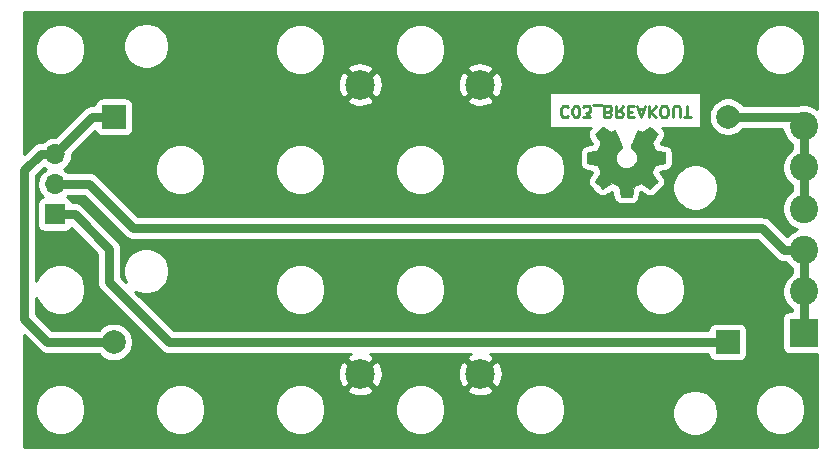
<source format=gbr>
G04 #@! TF.GenerationSoftware,KiCad,Pcbnew,5.1.5-52549c5~86~ubuntu18.04.1*
G04 #@! TF.CreationDate,2020-09-09T16:53:46-05:00*
G04 #@! TF.ProjectId,C03,4330332e-6b69-4636-9164-5f7063625858,rev?*
G04 #@! TF.SameCoordinates,Original*
G04 #@! TF.FileFunction,Copper,L2,Bot*
G04 #@! TF.FilePolarity,Positive*
%FSLAX46Y46*%
G04 Gerber Fmt 4.6, Leading zero omitted, Abs format (unit mm)*
G04 Created by KiCad (PCBNEW 5.1.5-52549c5~86~ubuntu18.04.1) date 2020-09-09 16:53:46*
%MOMM*%
%LPD*%
G04 APERTURE LIST*
%ADD10C,0.250000*%
%ADD11C,0.010000*%
%ADD12C,2.400000*%
%ADD13R,2.400000X2.400000*%
%ADD14O,1.700000X1.700000*%
%ADD15R,1.700000X1.700000*%
%ADD16C,2.000000*%
%ADD17R,2.000000X2.000000*%
%ADD18C,2.499360*%
%ADD19C,0.750000*%
%ADD20C,0.254000*%
G04 APERTURE END LIST*
D10*
X66794666Y-28675057D02*
X66747047Y-28627438D01*
X66604190Y-28579819D01*
X66508952Y-28579819D01*
X66366095Y-28627438D01*
X66270857Y-28722676D01*
X66223238Y-28817914D01*
X66175619Y-29008390D01*
X66175619Y-29151247D01*
X66223238Y-29341723D01*
X66270857Y-29436961D01*
X66366095Y-29532200D01*
X66508952Y-29579819D01*
X66604190Y-29579819D01*
X66747047Y-29532200D01*
X66794666Y-29484580D01*
X67413714Y-29579819D02*
X67508952Y-29579819D01*
X67604190Y-29532200D01*
X67651809Y-29484580D01*
X67699428Y-29389342D01*
X67747047Y-29198866D01*
X67747047Y-28960771D01*
X67699428Y-28770295D01*
X67651809Y-28675057D01*
X67604190Y-28627438D01*
X67508952Y-28579819D01*
X67413714Y-28579819D01*
X67318476Y-28627438D01*
X67270857Y-28675057D01*
X67223238Y-28770295D01*
X67175619Y-28960771D01*
X67175619Y-29198866D01*
X67223238Y-29389342D01*
X67270857Y-29484580D01*
X67318476Y-29532200D01*
X67413714Y-29579819D01*
X68080380Y-29579819D02*
X68699428Y-29579819D01*
X68366095Y-29198866D01*
X68508952Y-29198866D01*
X68604190Y-29151247D01*
X68651809Y-29103628D01*
X68699428Y-29008390D01*
X68699428Y-28770295D01*
X68651809Y-28675057D01*
X68604190Y-28627438D01*
X68508952Y-28579819D01*
X68223238Y-28579819D01*
X68128000Y-28627438D01*
X68080380Y-28675057D01*
X68889904Y-28484580D02*
X69651809Y-28484580D01*
X70223238Y-29103628D02*
X70366095Y-29056009D01*
X70413714Y-29008390D01*
X70461333Y-28913152D01*
X70461333Y-28770295D01*
X70413714Y-28675057D01*
X70366095Y-28627438D01*
X70270857Y-28579819D01*
X69889904Y-28579819D01*
X69889904Y-29579819D01*
X70223238Y-29579819D01*
X70318476Y-29532200D01*
X70366095Y-29484580D01*
X70413714Y-29389342D01*
X70413714Y-29294104D01*
X70366095Y-29198866D01*
X70318476Y-29151247D01*
X70223238Y-29103628D01*
X69889904Y-29103628D01*
X71461333Y-28579819D02*
X71128000Y-29056009D01*
X70889904Y-28579819D02*
X70889904Y-29579819D01*
X71270857Y-29579819D01*
X71366095Y-29532200D01*
X71413714Y-29484580D01*
X71461333Y-29389342D01*
X71461333Y-29246485D01*
X71413714Y-29151247D01*
X71366095Y-29103628D01*
X71270857Y-29056009D01*
X70889904Y-29056009D01*
X71889904Y-29103628D02*
X72223238Y-29103628D01*
X72366095Y-28579819D02*
X71889904Y-28579819D01*
X71889904Y-29579819D01*
X72366095Y-29579819D01*
X72747047Y-28865533D02*
X73223238Y-28865533D01*
X72651809Y-28579819D02*
X72985142Y-29579819D01*
X73318476Y-28579819D01*
X73651809Y-28579819D02*
X73651809Y-29579819D01*
X74223238Y-28579819D02*
X73794666Y-29151247D01*
X74223238Y-29579819D02*
X73651809Y-29008390D01*
X74842285Y-29579819D02*
X75032761Y-29579819D01*
X75128000Y-29532200D01*
X75223238Y-29436961D01*
X75270857Y-29246485D01*
X75270857Y-28913152D01*
X75223238Y-28722676D01*
X75128000Y-28627438D01*
X75032761Y-28579819D01*
X74842285Y-28579819D01*
X74747047Y-28627438D01*
X74651809Y-28722676D01*
X74604190Y-28913152D01*
X74604190Y-29246485D01*
X74651809Y-29436961D01*
X74747047Y-29532200D01*
X74842285Y-29579819D01*
X75699428Y-29579819D02*
X75699428Y-28770295D01*
X75747047Y-28675057D01*
X75794666Y-28627438D01*
X75889904Y-28579819D01*
X76080380Y-28579819D01*
X76175619Y-28627438D01*
X76223238Y-28675057D01*
X76270857Y-28770295D01*
X76270857Y-29579819D01*
X76604190Y-29579819D02*
X77175619Y-29579819D01*
X76889904Y-28579819D02*
X76889904Y-29579819D01*
D11*
G36*
X72285414Y-35830469D02*
G01*
X72369235Y-35385845D01*
X72678520Y-35258347D01*
X72987806Y-35130849D01*
X73358846Y-35383154D01*
X73462757Y-35453404D01*
X73556687Y-35516128D01*
X73636252Y-35568462D01*
X73697070Y-35607543D01*
X73734757Y-35630507D01*
X73745021Y-35635458D01*
X73763510Y-35622724D01*
X73803020Y-35587518D01*
X73859122Y-35534338D01*
X73927387Y-35467682D01*
X74003386Y-35392046D01*
X74082692Y-35311928D01*
X74160875Y-35231826D01*
X74233507Y-35156236D01*
X74296159Y-35089655D01*
X74344403Y-35036582D01*
X74373810Y-35001513D01*
X74380841Y-34989777D01*
X74370723Y-34968140D01*
X74342359Y-34920738D01*
X74298729Y-34852207D01*
X74242818Y-34767185D01*
X74177606Y-34670307D01*
X74139819Y-34615050D01*
X74070943Y-34514152D01*
X74009740Y-34423101D01*
X73959178Y-34346430D01*
X73922228Y-34288672D01*
X73901858Y-34254357D01*
X73898797Y-34247146D01*
X73905736Y-34226652D01*
X73924651Y-34178887D01*
X73952687Y-34110568D01*
X73986991Y-34028411D01*
X74024709Y-33939130D01*
X74062987Y-33849442D01*
X74098970Y-33766062D01*
X74129806Y-33695706D01*
X74152639Y-33645090D01*
X74164617Y-33620929D01*
X74165324Y-33619978D01*
X74184131Y-33615364D01*
X74234218Y-33605072D01*
X74310393Y-33590113D01*
X74407465Y-33571499D01*
X74520243Y-33550241D01*
X74586042Y-33537982D01*
X74706550Y-33515038D01*
X74815397Y-33493205D01*
X74907076Y-33473678D01*
X74976081Y-33457652D01*
X75016904Y-33446321D01*
X75025111Y-33442726D01*
X75033148Y-33418394D01*
X75039633Y-33363441D01*
X75044570Y-33284292D01*
X75047964Y-33187374D01*
X75049818Y-33079113D01*
X75050138Y-32965935D01*
X75048927Y-32854265D01*
X75046190Y-32750532D01*
X75041931Y-32661159D01*
X75036155Y-32592574D01*
X75028867Y-32551203D01*
X75024495Y-32542590D01*
X74998364Y-32532267D01*
X74942993Y-32517508D01*
X74865707Y-32500048D01*
X74773830Y-32481620D01*
X74741758Y-32475659D01*
X74587124Y-32447334D01*
X74464975Y-32424524D01*
X74371273Y-32406320D01*
X74301984Y-32391817D01*
X74253071Y-32380108D01*
X74220497Y-32370285D01*
X74200228Y-32361444D01*
X74188226Y-32352676D01*
X74186547Y-32350943D01*
X74169784Y-32323029D01*
X74144214Y-32268705D01*
X74112388Y-32194623D01*
X74076860Y-32107435D01*
X74040183Y-32013792D01*
X74004911Y-31920348D01*
X73973596Y-31833753D01*
X73948793Y-31760660D01*
X73933054Y-31707722D01*
X73928932Y-31681589D01*
X73929276Y-31680674D01*
X73943241Y-31659314D01*
X73974922Y-31612316D01*
X74020991Y-31544573D01*
X74078118Y-31460977D01*
X74142973Y-31366418D01*
X74161443Y-31339546D01*
X74227299Y-31242125D01*
X74285250Y-31153237D01*
X74332138Y-31077988D01*
X74364807Y-31021480D01*
X74380100Y-30988819D01*
X74380841Y-30984807D01*
X74367992Y-30963716D01*
X74332488Y-30921936D01*
X74278893Y-30863955D01*
X74211771Y-30794265D01*
X74135687Y-30717355D01*
X74055204Y-30637717D01*
X73974887Y-30559839D01*
X73899299Y-30488214D01*
X73833005Y-30427330D01*
X73780569Y-30381679D01*
X73746555Y-30355750D01*
X73737145Y-30351517D01*
X73715243Y-30361488D01*
X73670400Y-30388380D01*
X73609921Y-30427664D01*
X73563389Y-30459283D01*
X73479075Y-30517302D01*
X73379226Y-30585616D01*
X73279073Y-30653821D01*
X73225227Y-30690325D01*
X73042971Y-30813600D01*
X72889981Y-30730880D01*
X72820282Y-30694641D01*
X72761014Y-30666474D01*
X72720911Y-30650409D01*
X72710703Y-30648174D01*
X72698429Y-30664678D01*
X72674213Y-30711318D01*
X72639863Y-30783791D01*
X72597188Y-30877794D01*
X72547994Y-30989026D01*
X72494090Y-31113185D01*
X72437284Y-31245968D01*
X72379382Y-31383073D01*
X72322193Y-31520198D01*
X72267524Y-31653042D01*
X72217184Y-31777302D01*
X72172980Y-31888675D01*
X72136719Y-31982861D01*
X72110209Y-32055556D01*
X72095258Y-32102459D01*
X72092854Y-32118567D01*
X72111911Y-32139114D01*
X72153636Y-32172467D01*
X72209306Y-32211698D01*
X72213978Y-32214801D01*
X72357864Y-32329977D01*
X72473883Y-32464347D01*
X72561030Y-32613616D01*
X72618299Y-32773487D01*
X72644686Y-32939663D01*
X72639185Y-33107848D01*
X72600790Y-33273745D01*
X72528495Y-33433058D01*
X72507226Y-33467913D01*
X72396596Y-33608663D01*
X72265902Y-33721686D01*
X72119664Y-33806397D01*
X71962408Y-33862206D01*
X71798657Y-33888526D01*
X71632933Y-33884770D01*
X71469762Y-33850350D01*
X71313665Y-33784677D01*
X71169167Y-33687165D01*
X71124469Y-33647587D01*
X71010712Y-33523697D01*
X70927818Y-33393276D01*
X70870956Y-33247085D01*
X70839287Y-33102312D01*
X70831469Y-32939540D01*
X70857538Y-32775960D01*
X70914845Y-32617102D01*
X71000744Y-32468494D01*
X71112586Y-32335665D01*
X71247723Y-32224144D01*
X71265483Y-32212389D01*
X71321750Y-32173892D01*
X71364523Y-32140537D01*
X71384972Y-32119240D01*
X71385269Y-32118567D01*
X71380879Y-32095529D01*
X71363476Y-32043243D01*
X71334868Y-31966010D01*
X71296865Y-31868132D01*
X71251274Y-31753909D01*
X71199903Y-31627642D01*
X71144562Y-31493633D01*
X71087058Y-31356182D01*
X71029201Y-31219592D01*
X70972798Y-31088163D01*
X70919658Y-30966195D01*
X70871590Y-30857991D01*
X70830401Y-30767851D01*
X70797901Y-30700077D01*
X70775897Y-30658970D01*
X70767036Y-30648174D01*
X70739960Y-30656581D01*
X70689297Y-30679128D01*
X70623783Y-30711787D01*
X70587759Y-30730880D01*
X70434768Y-30813600D01*
X70252512Y-30690325D01*
X70159475Y-30627172D01*
X70057615Y-30557673D01*
X69962162Y-30492235D01*
X69914350Y-30459283D01*
X69847105Y-30414127D01*
X69790164Y-30378343D01*
X69750954Y-30356462D01*
X69738219Y-30351837D01*
X69719683Y-30364315D01*
X69678659Y-30399148D01*
X69619125Y-30452722D01*
X69545058Y-30521417D01*
X69460435Y-30601619D01*
X69406915Y-30653114D01*
X69313281Y-30745114D01*
X69232359Y-30827401D01*
X69167423Y-30896455D01*
X69121742Y-30948756D01*
X69098589Y-30980784D01*
X69096368Y-30987284D01*
X69106676Y-31012006D01*
X69135161Y-31061995D01*
X69178663Y-31132188D01*
X69234023Y-31217525D01*
X69298080Y-31312944D01*
X69316297Y-31339546D01*
X69382673Y-31436233D01*
X69442222Y-31523283D01*
X69491616Y-31595805D01*
X69527525Y-31648907D01*
X69546619Y-31677697D01*
X69548464Y-31680674D01*
X69545705Y-31703618D01*
X69531062Y-31754064D01*
X69507087Y-31825359D01*
X69476334Y-31910853D01*
X69441356Y-32003893D01*
X69404707Y-32097826D01*
X69368939Y-32186001D01*
X69336606Y-32261766D01*
X69310262Y-32318469D01*
X69292458Y-32349457D01*
X69291193Y-32350943D01*
X69280306Y-32359799D01*
X69261918Y-32368557D01*
X69231994Y-32378123D01*
X69186497Y-32389404D01*
X69121391Y-32403307D01*
X69032639Y-32420737D01*
X68916207Y-32442602D01*
X68768058Y-32469809D01*
X68735982Y-32475659D01*
X68640914Y-32494026D01*
X68558035Y-32511995D01*
X68494670Y-32527831D01*
X68458142Y-32539800D01*
X68453244Y-32542590D01*
X68445173Y-32567328D01*
X68438613Y-32622610D01*
X68433567Y-32702011D01*
X68430041Y-32799104D01*
X68428039Y-32907462D01*
X68427564Y-33020660D01*
X68428623Y-33132272D01*
X68431218Y-33235871D01*
X68435354Y-33325032D01*
X68441037Y-33393328D01*
X68448269Y-33434334D01*
X68452629Y-33442726D01*
X68476902Y-33451192D01*
X68532174Y-33464965D01*
X68612938Y-33482850D01*
X68713688Y-33503652D01*
X68828917Y-33526177D01*
X68891698Y-33537982D01*
X69010813Y-33560249D01*
X69117035Y-33580421D01*
X69205173Y-33597485D01*
X69270034Y-33610431D01*
X69306426Y-33618245D01*
X69312416Y-33619978D01*
X69322539Y-33639510D01*
X69343938Y-33686557D01*
X69373761Y-33754397D01*
X69409155Y-33836309D01*
X69447268Y-33925572D01*
X69485247Y-34015465D01*
X69520240Y-34099265D01*
X69549394Y-34170253D01*
X69569857Y-34221706D01*
X69578777Y-34246903D01*
X69578943Y-34248004D01*
X69568831Y-34267881D01*
X69540483Y-34313623D01*
X69496877Y-34380683D01*
X69440994Y-34464516D01*
X69375813Y-34560574D01*
X69337921Y-34615750D01*
X69268875Y-34716919D01*
X69207550Y-34808770D01*
X69156937Y-34886656D01*
X69120029Y-34945931D01*
X69099818Y-34981949D01*
X69096899Y-34990023D01*
X69109447Y-35008816D01*
X69144137Y-35048943D01*
X69196537Y-35105907D01*
X69262216Y-35175215D01*
X69336744Y-35252369D01*
X69415687Y-35332875D01*
X69494617Y-35412237D01*
X69569100Y-35485960D01*
X69634706Y-35549548D01*
X69687004Y-35598506D01*
X69721561Y-35628339D01*
X69733122Y-35635458D01*
X69751946Y-35625447D01*
X69796969Y-35597322D01*
X69863813Y-35553946D01*
X69948101Y-35498182D01*
X70045456Y-35432894D01*
X70118893Y-35383154D01*
X70489933Y-35130849D01*
X71108505Y-35385845D01*
X71192325Y-35830469D01*
X71276146Y-36275093D01*
X72201594Y-36275093D01*
X72285414Y-35830469D01*
G37*
X72285414Y-35830469D02*
X72369235Y-35385845D01*
X72678520Y-35258347D01*
X72987806Y-35130849D01*
X73358846Y-35383154D01*
X73462757Y-35453404D01*
X73556687Y-35516128D01*
X73636252Y-35568462D01*
X73697070Y-35607543D01*
X73734757Y-35630507D01*
X73745021Y-35635458D01*
X73763510Y-35622724D01*
X73803020Y-35587518D01*
X73859122Y-35534338D01*
X73927387Y-35467682D01*
X74003386Y-35392046D01*
X74082692Y-35311928D01*
X74160875Y-35231826D01*
X74233507Y-35156236D01*
X74296159Y-35089655D01*
X74344403Y-35036582D01*
X74373810Y-35001513D01*
X74380841Y-34989777D01*
X74370723Y-34968140D01*
X74342359Y-34920738D01*
X74298729Y-34852207D01*
X74242818Y-34767185D01*
X74177606Y-34670307D01*
X74139819Y-34615050D01*
X74070943Y-34514152D01*
X74009740Y-34423101D01*
X73959178Y-34346430D01*
X73922228Y-34288672D01*
X73901858Y-34254357D01*
X73898797Y-34247146D01*
X73905736Y-34226652D01*
X73924651Y-34178887D01*
X73952687Y-34110568D01*
X73986991Y-34028411D01*
X74024709Y-33939130D01*
X74062987Y-33849442D01*
X74098970Y-33766062D01*
X74129806Y-33695706D01*
X74152639Y-33645090D01*
X74164617Y-33620929D01*
X74165324Y-33619978D01*
X74184131Y-33615364D01*
X74234218Y-33605072D01*
X74310393Y-33590113D01*
X74407465Y-33571499D01*
X74520243Y-33550241D01*
X74586042Y-33537982D01*
X74706550Y-33515038D01*
X74815397Y-33493205D01*
X74907076Y-33473678D01*
X74976081Y-33457652D01*
X75016904Y-33446321D01*
X75025111Y-33442726D01*
X75033148Y-33418394D01*
X75039633Y-33363441D01*
X75044570Y-33284292D01*
X75047964Y-33187374D01*
X75049818Y-33079113D01*
X75050138Y-32965935D01*
X75048927Y-32854265D01*
X75046190Y-32750532D01*
X75041931Y-32661159D01*
X75036155Y-32592574D01*
X75028867Y-32551203D01*
X75024495Y-32542590D01*
X74998364Y-32532267D01*
X74942993Y-32517508D01*
X74865707Y-32500048D01*
X74773830Y-32481620D01*
X74741758Y-32475659D01*
X74587124Y-32447334D01*
X74464975Y-32424524D01*
X74371273Y-32406320D01*
X74301984Y-32391817D01*
X74253071Y-32380108D01*
X74220497Y-32370285D01*
X74200228Y-32361444D01*
X74188226Y-32352676D01*
X74186547Y-32350943D01*
X74169784Y-32323029D01*
X74144214Y-32268705D01*
X74112388Y-32194623D01*
X74076860Y-32107435D01*
X74040183Y-32013792D01*
X74004911Y-31920348D01*
X73973596Y-31833753D01*
X73948793Y-31760660D01*
X73933054Y-31707722D01*
X73928932Y-31681589D01*
X73929276Y-31680674D01*
X73943241Y-31659314D01*
X73974922Y-31612316D01*
X74020991Y-31544573D01*
X74078118Y-31460977D01*
X74142973Y-31366418D01*
X74161443Y-31339546D01*
X74227299Y-31242125D01*
X74285250Y-31153237D01*
X74332138Y-31077988D01*
X74364807Y-31021480D01*
X74380100Y-30988819D01*
X74380841Y-30984807D01*
X74367992Y-30963716D01*
X74332488Y-30921936D01*
X74278893Y-30863955D01*
X74211771Y-30794265D01*
X74135687Y-30717355D01*
X74055204Y-30637717D01*
X73974887Y-30559839D01*
X73899299Y-30488214D01*
X73833005Y-30427330D01*
X73780569Y-30381679D01*
X73746555Y-30355750D01*
X73737145Y-30351517D01*
X73715243Y-30361488D01*
X73670400Y-30388380D01*
X73609921Y-30427664D01*
X73563389Y-30459283D01*
X73479075Y-30517302D01*
X73379226Y-30585616D01*
X73279073Y-30653821D01*
X73225227Y-30690325D01*
X73042971Y-30813600D01*
X72889981Y-30730880D01*
X72820282Y-30694641D01*
X72761014Y-30666474D01*
X72720911Y-30650409D01*
X72710703Y-30648174D01*
X72698429Y-30664678D01*
X72674213Y-30711318D01*
X72639863Y-30783791D01*
X72597188Y-30877794D01*
X72547994Y-30989026D01*
X72494090Y-31113185D01*
X72437284Y-31245968D01*
X72379382Y-31383073D01*
X72322193Y-31520198D01*
X72267524Y-31653042D01*
X72217184Y-31777302D01*
X72172980Y-31888675D01*
X72136719Y-31982861D01*
X72110209Y-32055556D01*
X72095258Y-32102459D01*
X72092854Y-32118567D01*
X72111911Y-32139114D01*
X72153636Y-32172467D01*
X72209306Y-32211698D01*
X72213978Y-32214801D01*
X72357864Y-32329977D01*
X72473883Y-32464347D01*
X72561030Y-32613616D01*
X72618299Y-32773487D01*
X72644686Y-32939663D01*
X72639185Y-33107848D01*
X72600790Y-33273745D01*
X72528495Y-33433058D01*
X72507226Y-33467913D01*
X72396596Y-33608663D01*
X72265902Y-33721686D01*
X72119664Y-33806397D01*
X71962408Y-33862206D01*
X71798657Y-33888526D01*
X71632933Y-33884770D01*
X71469762Y-33850350D01*
X71313665Y-33784677D01*
X71169167Y-33687165D01*
X71124469Y-33647587D01*
X71010712Y-33523697D01*
X70927818Y-33393276D01*
X70870956Y-33247085D01*
X70839287Y-33102312D01*
X70831469Y-32939540D01*
X70857538Y-32775960D01*
X70914845Y-32617102D01*
X71000744Y-32468494D01*
X71112586Y-32335665D01*
X71247723Y-32224144D01*
X71265483Y-32212389D01*
X71321750Y-32173892D01*
X71364523Y-32140537D01*
X71384972Y-32119240D01*
X71385269Y-32118567D01*
X71380879Y-32095529D01*
X71363476Y-32043243D01*
X71334868Y-31966010D01*
X71296865Y-31868132D01*
X71251274Y-31753909D01*
X71199903Y-31627642D01*
X71144562Y-31493633D01*
X71087058Y-31356182D01*
X71029201Y-31219592D01*
X70972798Y-31088163D01*
X70919658Y-30966195D01*
X70871590Y-30857991D01*
X70830401Y-30767851D01*
X70797901Y-30700077D01*
X70775897Y-30658970D01*
X70767036Y-30648174D01*
X70739960Y-30656581D01*
X70689297Y-30679128D01*
X70623783Y-30711787D01*
X70587759Y-30730880D01*
X70434768Y-30813600D01*
X70252512Y-30690325D01*
X70159475Y-30627172D01*
X70057615Y-30557673D01*
X69962162Y-30492235D01*
X69914350Y-30459283D01*
X69847105Y-30414127D01*
X69790164Y-30378343D01*
X69750954Y-30356462D01*
X69738219Y-30351837D01*
X69719683Y-30364315D01*
X69678659Y-30399148D01*
X69619125Y-30452722D01*
X69545058Y-30521417D01*
X69460435Y-30601619D01*
X69406915Y-30653114D01*
X69313281Y-30745114D01*
X69232359Y-30827401D01*
X69167423Y-30896455D01*
X69121742Y-30948756D01*
X69098589Y-30980784D01*
X69096368Y-30987284D01*
X69106676Y-31012006D01*
X69135161Y-31061995D01*
X69178663Y-31132188D01*
X69234023Y-31217525D01*
X69298080Y-31312944D01*
X69316297Y-31339546D01*
X69382673Y-31436233D01*
X69442222Y-31523283D01*
X69491616Y-31595805D01*
X69527525Y-31648907D01*
X69546619Y-31677697D01*
X69548464Y-31680674D01*
X69545705Y-31703618D01*
X69531062Y-31754064D01*
X69507087Y-31825359D01*
X69476334Y-31910853D01*
X69441356Y-32003893D01*
X69404707Y-32097826D01*
X69368939Y-32186001D01*
X69336606Y-32261766D01*
X69310262Y-32318469D01*
X69292458Y-32349457D01*
X69291193Y-32350943D01*
X69280306Y-32359799D01*
X69261918Y-32368557D01*
X69231994Y-32378123D01*
X69186497Y-32389404D01*
X69121391Y-32403307D01*
X69032639Y-32420737D01*
X68916207Y-32442602D01*
X68768058Y-32469809D01*
X68735982Y-32475659D01*
X68640914Y-32494026D01*
X68558035Y-32511995D01*
X68494670Y-32527831D01*
X68458142Y-32539800D01*
X68453244Y-32542590D01*
X68445173Y-32567328D01*
X68438613Y-32622610D01*
X68433567Y-32702011D01*
X68430041Y-32799104D01*
X68428039Y-32907462D01*
X68427564Y-33020660D01*
X68428623Y-33132272D01*
X68431218Y-33235871D01*
X68435354Y-33325032D01*
X68441037Y-33393328D01*
X68448269Y-33434334D01*
X68452629Y-33442726D01*
X68476902Y-33451192D01*
X68532174Y-33464965D01*
X68612938Y-33482850D01*
X68713688Y-33503652D01*
X68828917Y-33526177D01*
X68891698Y-33537982D01*
X69010813Y-33560249D01*
X69117035Y-33580421D01*
X69205173Y-33597485D01*
X69270034Y-33610431D01*
X69306426Y-33618245D01*
X69312416Y-33619978D01*
X69322539Y-33639510D01*
X69343938Y-33686557D01*
X69373761Y-33754397D01*
X69409155Y-33836309D01*
X69447268Y-33925572D01*
X69485247Y-34015465D01*
X69520240Y-34099265D01*
X69549394Y-34170253D01*
X69569857Y-34221706D01*
X69578777Y-34246903D01*
X69578943Y-34248004D01*
X69568831Y-34267881D01*
X69540483Y-34313623D01*
X69496877Y-34380683D01*
X69440994Y-34464516D01*
X69375813Y-34560574D01*
X69337921Y-34615750D01*
X69268875Y-34716919D01*
X69207550Y-34808770D01*
X69156937Y-34886656D01*
X69120029Y-34945931D01*
X69099818Y-34981949D01*
X69096899Y-34990023D01*
X69109447Y-35008816D01*
X69144137Y-35048943D01*
X69196537Y-35105907D01*
X69262216Y-35175215D01*
X69336744Y-35252369D01*
X69415687Y-35332875D01*
X69494617Y-35412237D01*
X69569100Y-35485960D01*
X69634706Y-35549548D01*
X69687004Y-35598506D01*
X69721561Y-35628339D01*
X69733122Y-35635458D01*
X69751946Y-35625447D01*
X69796969Y-35597322D01*
X69863813Y-35553946D01*
X69948101Y-35498182D01*
X70045456Y-35432894D01*
X70118893Y-35383154D01*
X70489933Y-35130849D01*
X71108505Y-35385845D01*
X71192325Y-35830469D01*
X71276146Y-36275093D01*
X72201594Y-36275093D01*
X72285414Y-35830469D01*
D12*
X86766400Y-30300000D03*
X86766400Y-33800000D03*
X86766400Y-37300000D03*
X86766400Y-40800000D03*
X86766400Y-44300000D03*
D13*
X86766400Y-47800000D03*
D14*
X23342600Y-32689800D03*
X23342600Y-35229800D03*
D15*
X23342600Y-37769800D03*
D16*
X80336400Y-29514800D03*
D17*
X28346400Y-29514800D03*
X80314800Y-48585200D03*
D16*
X28324800Y-48585200D03*
D18*
X59370000Y-51308000D03*
X49210000Y-51308000D03*
X49210000Y-26792000D03*
X59370000Y-26792000D03*
D19*
X80314800Y-48585200D02*
X32989600Y-48585200D01*
X32989600Y-48585200D02*
X27940000Y-43535600D01*
X27940000Y-43535600D02*
X27940000Y-40690800D01*
X25019000Y-37769800D02*
X23342600Y-37769800D01*
X27940000Y-40690800D02*
X25019000Y-37769800D01*
X26517600Y-29514800D02*
X23342600Y-32689800D01*
X28346400Y-29514800D02*
X26517600Y-29514800D01*
X22140519Y-32689800D02*
X20777200Y-34053119D01*
X23342600Y-32689800D02*
X22140519Y-32689800D01*
X20777200Y-34053119D02*
X20777200Y-46634400D01*
X22728000Y-48585200D02*
X28324800Y-48585200D01*
X20777200Y-46634400D02*
X22728000Y-48585200D01*
X85981200Y-29514800D02*
X86766400Y-30300000D01*
X80336400Y-29514800D02*
X85981200Y-29514800D01*
X86766400Y-30300000D02*
X86766400Y-33800000D01*
X86766400Y-33800000D02*
X86766400Y-37300000D01*
X86766400Y-40800000D02*
X86766400Y-44300000D01*
X86766400Y-44300000D02*
X86766400Y-47800000D01*
X85069344Y-40800000D02*
X83232944Y-38963600D01*
X86766400Y-40800000D02*
X85069344Y-40800000D01*
X83232944Y-38963600D02*
X29997400Y-38963600D01*
X26263600Y-35229800D02*
X23342600Y-35229800D01*
X29997400Y-38963600D02*
X26263600Y-35229800D01*
D20*
G36*
X22570360Y-33959800D02*
G01*
X22395968Y-34076325D01*
X22189125Y-34283168D01*
X22026610Y-34526389D01*
X21914668Y-34796642D01*
X21857600Y-35083540D01*
X21857600Y-35376060D01*
X21914668Y-35662958D01*
X22026610Y-35933211D01*
X22189125Y-36176432D01*
X22320980Y-36308287D01*
X22248420Y-36330298D01*
X22138106Y-36389263D01*
X22041415Y-36468615D01*
X21962063Y-36565306D01*
X21903098Y-36675620D01*
X21866788Y-36795318D01*
X21854528Y-36919800D01*
X21854528Y-38619800D01*
X21866788Y-38744282D01*
X21903098Y-38863980D01*
X21962063Y-38974294D01*
X22041415Y-39070985D01*
X22138106Y-39150337D01*
X22248420Y-39209302D01*
X22368118Y-39245612D01*
X22492600Y-39257872D01*
X24192600Y-39257872D01*
X24317082Y-39245612D01*
X24436780Y-39209302D01*
X24547094Y-39150337D01*
X24643785Y-39070985D01*
X24723137Y-38974294D01*
X24748217Y-38927373D01*
X26930001Y-41109157D01*
X26930000Y-43485992D01*
X26925114Y-43535600D01*
X26944615Y-43733594D01*
X26954066Y-43764750D01*
X27002368Y-43923979D01*
X27096153Y-44099440D01*
X27222367Y-44253233D01*
X27260906Y-44284861D01*
X32240344Y-49264300D01*
X32271967Y-49302833D01*
X32425760Y-49429047D01*
X32601220Y-49522832D01*
X32791605Y-49580585D01*
X32989600Y-49600086D01*
X33039208Y-49595200D01*
X48406936Y-49595200D01*
X48202104Y-49704685D01*
X48076229Y-49994623D01*
X49210000Y-51128395D01*
X50343771Y-49994623D01*
X50217896Y-49704685D01*
X49998589Y-49595200D01*
X58566936Y-49595200D01*
X58362104Y-49704685D01*
X58236229Y-49994623D01*
X59370000Y-51128395D01*
X60503771Y-49994623D01*
X60377896Y-49704685D01*
X60158589Y-49595200D01*
X78677713Y-49595200D01*
X78688988Y-49709682D01*
X78725298Y-49829380D01*
X78784263Y-49939694D01*
X78863615Y-50036385D01*
X78960306Y-50115737D01*
X79070620Y-50174702D01*
X79190318Y-50211012D01*
X79314800Y-50223272D01*
X81314800Y-50223272D01*
X81439282Y-50211012D01*
X81558980Y-50174702D01*
X81669294Y-50115737D01*
X81765985Y-50036385D01*
X81845337Y-49939694D01*
X81904302Y-49829380D01*
X81940612Y-49709682D01*
X81952872Y-49585200D01*
X81952872Y-47585200D01*
X81940612Y-47460718D01*
X81904302Y-47341020D01*
X81845337Y-47230706D01*
X81765985Y-47134015D01*
X81669294Y-47054663D01*
X81558980Y-46995698D01*
X81439282Y-46959388D01*
X81314800Y-46947128D01*
X79314800Y-46947128D01*
X79190318Y-46959388D01*
X79070620Y-46995698D01*
X78960306Y-47054663D01*
X78863615Y-47134015D01*
X78784263Y-47230706D01*
X78725298Y-47341020D01*
X78688988Y-47460718D01*
X78677713Y-47575200D01*
X33407956Y-47575200D01*
X30148795Y-44316039D01*
X30158760Y-44322698D01*
X30514548Y-44470070D01*
X30892249Y-44545200D01*
X31277351Y-44545200D01*
X31655052Y-44470070D01*
X32010840Y-44322698D01*
X32331040Y-44108747D01*
X32520066Y-43919721D01*
X41995000Y-43919721D01*
X41995000Y-44340279D01*
X42077047Y-44752756D01*
X42237988Y-45141302D01*
X42471637Y-45490983D01*
X42769017Y-45788363D01*
X43118698Y-46022012D01*
X43507244Y-46182953D01*
X43919721Y-46265000D01*
X44340279Y-46265000D01*
X44752756Y-46182953D01*
X45141302Y-46022012D01*
X45490983Y-45788363D01*
X45788363Y-45490983D01*
X46022012Y-45141302D01*
X46182953Y-44752756D01*
X46265000Y-44340279D01*
X46265000Y-43919721D01*
X52155000Y-43919721D01*
X52155000Y-44340279D01*
X52237047Y-44752756D01*
X52397988Y-45141302D01*
X52631637Y-45490983D01*
X52929017Y-45788363D01*
X53278698Y-46022012D01*
X53667244Y-46182953D01*
X54079721Y-46265000D01*
X54500279Y-46265000D01*
X54912756Y-46182953D01*
X55301302Y-46022012D01*
X55650983Y-45788363D01*
X55948363Y-45490983D01*
X56182012Y-45141302D01*
X56342953Y-44752756D01*
X56425000Y-44340279D01*
X56425000Y-43919721D01*
X62315000Y-43919721D01*
X62315000Y-44340279D01*
X62397047Y-44752756D01*
X62557988Y-45141302D01*
X62791637Y-45490983D01*
X63089017Y-45788363D01*
X63438698Y-46022012D01*
X63827244Y-46182953D01*
X64239721Y-46265000D01*
X64660279Y-46265000D01*
X65072756Y-46182953D01*
X65461302Y-46022012D01*
X65810983Y-45788363D01*
X66108363Y-45490983D01*
X66342012Y-45141302D01*
X66502953Y-44752756D01*
X66585000Y-44340279D01*
X66585000Y-43919721D01*
X72475000Y-43919721D01*
X72475000Y-44340279D01*
X72557047Y-44752756D01*
X72717988Y-45141302D01*
X72951637Y-45490983D01*
X73249017Y-45788363D01*
X73598698Y-46022012D01*
X73987244Y-46182953D01*
X74399721Y-46265000D01*
X74820279Y-46265000D01*
X75232756Y-46182953D01*
X75621302Y-46022012D01*
X75970983Y-45788363D01*
X76268363Y-45490983D01*
X76502012Y-45141302D01*
X76662953Y-44752756D01*
X76745000Y-44340279D01*
X76745000Y-43919721D01*
X76662953Y-43507244D01*
X76502012Y-43118698D01*
X76268363Y-42769017D01*
X75970983Y-42471637D01*
X75621302Y-42237988D01*
X75232756Y-42077047D01*
X74820279Y-41995000D01*
X74399721Y-41995000D01*
X73987244Y-42077047D01*
X73598698Y-42237988D01*
X73249017Y-42471637D01*
X72951637Y-42769017D01*
X72717988Y-43118698D01*
X72557047Y-43507244D01*
X72475000Y-43919721D01*
X66585000Y-43919721D01*
X66502953Y-43507244D01*
X66342012Y-43118698D01*
X66108363Y-42769017D01*
X65810983Y-42471637D01*
X65461302Y-42237988D01*
X65072756Y-42077047D01*
X64660279Y-41995000D01*
X64239721Y-41995000D01*
X63827244Y-42077047D01*
X63438698Y-42237988D01*
X63089017Y-42471637D01*
X62791637Y-42769017D01*
X62557988Y-43118698D01*
X62397047Y-43507244D01*
X62315000Y-43919721D01*
X56425000Y-43919721D01*
X56342953Y-43507244D01*
X56182012Y-43118698D01*
X55948363Y-42769017D01*
X55650983Y-42471637D01*
X55301302Y-42237988D01*
X54912756Y-42077047D01*
X54500279Y-41995000D01*
X54079721Y-41995000D01*
X53667244Y-42077047D01*
X53278698Y-42237988D01*
X52929017Y-42471637D01*
X52631637Y-42769017D01*
X52397988Y-43118698D01*
X52237047Y-43507244D01*
X52155000Y-43919721D01*
X46265000Y-43919721D01*
X46182953Y-43507244D01*
X46022012Y-43118698D01*
X45788363Y-42769017D01*
X45490983Y-42471637D01*
X45141302Y-42237988D01*
X44752756Y-42077047D01*
X44340279Y-41995000D01*
X43919721Y-41995000D01*
X43507244Y-42077047D01*
X43118698Y-42237988D01*
X42769017Y-42471637D01*
X42471637Y-42769017D01*
X42237988Y-43118698D01*
X42077047Y-43507244D01*
X41995000Y-43919721D01*
X32520066Y-43919721D01*
X32603347Y-43836440D01*
X32817298Y-43516240D01*
X32964670Y-43160452D01*
X33039800Y-42782751D01*
X33039800Y-42397649D01*
X32964670Y-42019948D01*
X32817298Y-41664160D01*
X32603347Y-41343960D01*
X32331040Y-41071653D01*
X32010840Y-40857702D01*
X31655052Y-40710330D01*
X31277351Y-40635200D01*
X30892249Y-40635200D01*
X30514548Y-40710330D01*
X30158760Y-40857702D01*
X29838560Y-41071653D01*
X29566253Y-41343960D01*
X29352302Y-41664160D01*
X29204930Y-42019948D01*
X29129800Y-42397649D01*
X29129800Y-42782751D01*
X29204930Y-43160452D01*
X29352302Y-43516240D01*
X29358961Y-43526206D01*
X28950000Y-43117245D01*
X28950000Y-40740408D01*
X28954886Y-40690800D01*
X28935385Y-40492805D01*
X28877632Y-40302420D01*
X28783846Y-40126959D01*
X28689256Y-40011700D01*
X28657633Y-39973167D01*
X28619100Y-39941544D01*
X25768261Y-37090706D01*
X25736633Y-37052167D01*
X25582840Y-36925953D01*
X25407380Y-36832168D01*
X25216994Y-36774415D01*
X25068608Y-36759800D01*
X25019000Y-36754914D01*
X24969392Y-36759800D01*
X24807638Y-36759800D01*
X24782102Y-36675620D01*
X24723137Y-36565306D01*
X24643785Y-36468615D01*
X24547094Y-36389263D01*
X24436780Y-36330298D01*
X24364220Y-36308287D01*
X24432707Y-36239800D01*
X25845245Y-36239800D01*
X29248143Y-39642699D01*
X29279767Y-39681233D01*
X29433560Y-39807447D01*
X29609020Y-39901232D01*
X29799405Y-39958985D01*
X29997400Y-39978486D01*
X30047008Y-39973600D01*
X82814589Y-39973600D01*
X84320088Y-41479100D01*
X84351711Y-41517633D01*
X84505504Y-41643847D01*
X84621197Y-41705686D01*
X84680964Y-41737632D01*
X84871349Y-41795385D01*
X85069344Y-41814886D01*
X85118952Y-41810000D01*
X85234324Y-41810000D01*
X85341062Y-41969744D01*
X85596656Y-42225338D01*
X85756400Y-42332076D01*
X85756401Y-42767924D01*
X85596656Y-42874662D01*
X85341062Y-43130256D01*
X85140244Y-43430801D01*
X85001918Y-43764750D01*
X84931400Y-44119268D01*
X84931400Y-44480732D01*
X85001918Y-44835250D01*
X85140244Y-45169199D01*
X85341062Y-45469744D01*
X85596656Y-45725338D01*
X85756400Y-45832076D01*
X85756400Y-45961928D01*
X85566400Y-45961928D01*
X85441918Y-45974188D01*
X85322220Y-46010498D01*
X85211906Y-46069463D01*
X85115215Y-46148815D01*
X85035863Y-46245506D01*
X84976898Y-46355820D01*
X84940588Y-46475518D01*
X84928328Y-46600000D01*
X84928328Y-49000000D01*
X84940588Y-49124482D01*
X84976898Y-49244180D01*
X85035863Y-49354494D01*
X85115215Y-49451185D01*
X85211906Y-49530537D01*
X85322220Y-49589502D01*
X85441918Y-49625812D01*
X85566400Y-49638072D01*
X87920001Y-49638072D01*
X87920001Y-57440000D01*
X20701000Y-57440000D01*
X20701000Y-54079721D01*
X21675000Y-54079721D01*
X21675000Y-54500279D01*
X21757047Y-54912756D01*
X21917988Y-55301302D01*
X22151637Y-55650983D01*
X22449017Y-55948363D01*
X22798698Y-56182012D01*
X23187244Y-56342953D01*
X23599721Y-56425000D01*
X24020279Y-56425000D01*
X24432756Y-56342953D01*
X24821302Y-56182012D01*
X25170983Y-55948363D01*
X25468363Y-55650983D01*
X25702012Y-55301302D01*
X25862953Y-54912756D01*
X25945000Y-54500279D01*
X25945000Y-54079721D01*
X31835000Y-54079721D01*
X31835000Y-54500279D01*
X31917047Y-54912756D01*
X32077988Y-55301302D01*
X32311637Y-55650983D01*
X32609017Y-55948363D01*
X32958698Y-56182012D01*
X33347244Y-56342953D01*
X33759721Y-56425000D01*
X34180279Y-56425000D01*
X34592756Y-56342953D01*
X34981302Y-56182012D01*
X35330983Y-55948363D01*
X35628363Y-55650983D01*
X35862012Y-55301302D01*
X36022953Y-54912756D01*
X36105000Y-54500279D01*
X36105000Y-54079721D01*
X41995000Y-54079721D01*
X41995000Y-54500279D01*
X42077047Y-54912756D01*
X42237988Y-55301302D01*
X42471637Y-55650983D01*
X42769017Y-55948363D01*
X43118698Y-56182012D01*
X43507244Y-56342953D01*
X43919721Y-56425000D01*
X44340279Y-56425000D01*
X44752756Y-56342953D01*
X45141302Y-56182012D01*
X45490983Y-55948363D01*
X45788363Y-55650983D01*
X46022012Y-55301302D01*
X46182953Y-54912756D01*
X46265000Y-54500279D01*
X46265000Y-54079721D01*
X52155000Y-54079721D01*
X52155000Y-54500279D01*
X52237047Y-54912756D01*
X52397988Y-55301302D01*
X52631637Y-55650983D01*
X52929017Y-55948363D01*
X53278698Y-56182012D01*
X53667244Y-56342953D01*
X54079721Y-56425000D01*
X54500279Y-56425000D01*
X54912756Y-56342953D01*
X55301302Y-56182012D01*
X55650983Y-55948363D01*
X55948363Y-55650983D01*
X56182012Y-55301302D01*
X56342953Y-54912756D01*
X56425000Y-54500279D01*
X56425000Y-54079721D01*
X62315000Y-54079721D01*
X62315000Y-54500279D01*
X62397047Y-54912756D01*
X62557988Y-55301302D01*
X62791637Y-55650983D01*
X63089017Y-55948363D01*
X63438698Y-56182012D01*
X63827244Y-56342953D01*
X64239721Y-56425000D01*
X64660279Y-56425000D01*
X65072756Y-56342953D01*
X65461302Y-56182012D01*
X65810983Y-55948363D01*
X66108363Y-55650983D01*
X66342012Y-55301302D01*
X66502953Y-54912756D01*
X66585000Y-54500279D01*
X66585000Y-54387649D01*
X75609800Y-54387649D01*
X75609800Y-54772751D01*
X75684930Y-55150452D01*
X75832302Y-55506240D01*
X76046253Y-55826440D01*
X76318560Y-56098747D01*
X76638760Y-56312698D01*
X76994548Y-56460070D01*
X77372249Y-56535200D01*
X77757351Y-56535200D01*
X78135052Y-56460070D01*
X78490840Y-56312698D01*
X78811040Y-56098747D01*
X79083347Y-55826440D01*
X79297298Y-55506240D01*
X79444670Y-55150452D01*
X79519800Y-54772751D01*
X79519800Y-54387649D01*
X79458549Y-54079721D01*
X82635000Y-54079721D01*
X82635000Y-54500279D01*
X82717047Y-54912756D01*
X82877988Y-55301302D01*
X83111637Y-55650983D01*
X83409017Y-55948363D01*
X83758698Y-56182012D01*
X84147244Y-56342953D01*
X84559721Y-56425000D01*
X84980279Y-56425000D01*
X85392756Y-56342953D01*
X85781302Y-56182012D01*
X86130983Y-55948363D01*
X86428363Y-55650983D01*
X86662012Y-55301302D01*
X86822953Y-54912756D01*
X86905000Y-54500279D01*
X86905000Y-54079721D01*
X86822953Y-53667244D01*
X86662012Y-53278698D01*
X86428363Y-52929017D01*
X86130983Y-52631637D01*
X85781302Y-52397988D01*
X85392756Y-52237047D01*
X84980279Y-52155000D01*
X84559721Y-52155000D01*
X84147244Y-52237047D01*
X83758698Y-52397988D01*
X83409017Y-52631637D01*
X83111637Y-52929017D01*
X82877988Y-53278698D01*
X82717047Y-53667244D01*
X82635000Y-54079721D01*
X79458549Y-54079721D01*
X79444670Y-54009948D01*
X79297298Y-53654160D01*
X79083347Y-53333960D01*
X78811040Y-53061653D01*
X78490840Y-52847702D01*
X78135052Y-52700330D01*
X77757351Y-52625200D01*
X77372249Y-52625200D01*
X76994548Y-52700330D01*
X76638760Y-52847702D01*
X76318560Y-53061653D01*
X76046253Y-53333960D01*
X75832302Y-53654160D01*
X75684930Y-54009948D01*
X75609800Y-54387649D01*
X66585000Y-54387649D01*
X66585000Y-54079721D01*
X66502953Y-53667244D01*
X66342012Y-53278698D01*
X66108363Y-52929017D01*
X65810983Y-52631637D01*
X65461302Y-52397988D01*
X65072756Y-52237047D01*
X64660279Y-52155000D01*
X64239721Y-52155000D01*
X63827244Y-52237047D01*
X63438698Y-52397988D01*
X63089017Y-52631637D01*
X62791637Y-52929017D01*
X62557988Y-53278698D01*
X62397047Y-53667244D01*
X62315000Y-54079721D01*
X56425000Y-54079721D01*
X56342953Y-53667244D01*
X56182012Y-53278698D01*
X55948363Y-52929017D01*
X55650983Y-52631637D01*
X55635628Y-52621377D01*
X58236229Y-52621377D01*
X58362104Y-52911315D01*
X58694262Y-53077139D01*
X59052387Y-53174975D01*
X59422719Y-53201065D01*
X59791025Y-53154405D01*
X60143151Y-53036789D01*
X60377896Y-52911315D01*
X60503771Y-52621377D01*
X59370000Y-51487605D01*
X58236229Y-52621377D01*
X55635628Y-52621377D01*
X55301302Y-52397988D01*
X54912756Y-52237047D01*
X54500279Y-52155000D01*
X54079721Y-52155000D01*
X53667244Y-52237047D01*
X53278698Y-52397988D01*
X52929017Y-52631637D01*
X52631637Y-52929017D01*
X52397988Y-53278698D01*
X52237047Y-53667244D01*
X52155000Y-54079721D01*
X46265000Y-54079721D01*
X46182953Y-53667244D01*
X46022012Y-53278698D01*
X45788363Y-52929017D01*
X45490983Y-52631637D01*
X45475628Y-52621377D01*
X48076229Y-52621377D01*
X48202104Y-52911315D01*
X48534262Y-53077139D01*
X48892387Y-53174975D01*
X49262719Y-53201065D01*
X49631025Y-53154405D01*
X49983151Y-53036789D01*
X50217896Y-52911315D01*
X50343771Y-52621377D01*
X49210000Y-51487605D01*
X48076229Y-52621377D01*
X45475628Y-52621377D01*
X45141302Y-52397988D01*
X44752756Y-52237047D01*
X44340279Y-52155000D01*
X43919721Y-52155000D01*
X43507244Y-52237047D01*
X43118698Y-52397988D01*
X42769017Y-52631637D01*
X42471637Y-52929017D01*
X42237988Y-53278698D01*
X42077047Y-53667244D01*
X41995000Y-54079721D01*
X36105000Y-54079721D01*
X36022953Y-53667244D01*
X35862012Y-53278698D01*
X35628363Y-52929017D01*
X35330983Y-52631637D01*
X34981302Y-52397988D01*
X34592756Y-52237047D01*
X34180279Y-52155000D01*
X33759721Y-52155000D01*
X33347244Y-52237047D01*
X32958698Y-52397988D01*
X32609017Y-52631637D01*
X32311637Y-52929017D01*
X32077988Y-53278698D01*
X31917047Y-53667244D01*
X31835000Y-54079721D01*
X25945000Y-54079721D01*
X25862953Y-53667244D01*
X25702012Y-53278698D01*
X25468363Y-52929017D01*
X25170983Y-52631637D01*
X24821302Y-52397988D01*
X24432756Y-52237047D01*
X24020279Y-52155000D01*
X23599721Y-52155000D01*
X23187244Y-52237047D01*
X22798698Y-52397988D01*
X22449017Y-52631637D01*
X22151637Y-52929017D01*
X21917988Y-53278698D01*
X21757047Y-53667244D01*
X21675000Y-54079721D01*
X20701000Y-54079721D01*
X20701000Y-51360719D01*
X47316935Y-51360719D01*
X47363595Y-51729025D01*
X47481211Y-52081151D01*
X47606685Y-52315896D01*
X47896623Y-52441771D01*
X49030395Y-51308000D01*
X49389605Y-51308000D01*
X50523377Y-52441771D01*
X50813315Y-52315896D01*
X50979139Y-51983738D01*
X51076975Y-51625613D01*
X51095636Y-51360719D01*
X57476935Y-51360719D01*
X57523595Y-51729025D01*
X57641211Y-52081151D01*
X57766685Y-52315896D01*
X58056623Y-52441771D01*
X59190395Y-51308000D01*
X59549605Y-51308000D01*
X60683377Y-52441771D01*
X60973315Y-52315896D01*
X61139139Y-51983738D01*
X61236975Y-51625613D01*
X61263065Y-51255281D01*
X61216405Y-50886975D01*
X61098789Y-50534849D01*
X60973315Y-50300104D01*
X60683377Y-50174229D01*
X59549605Y-51308000D01*
X59190395Y-51308000D01*
X58056623Y-50174229D01*
X57766685Y-50300104D01*
X57600861Y-50632262D01*
X57503025Y-50990387D01*
X57476935Y-51360719D01*
X51095636Y-51360719D01*
X51103065Y-51255281D01*
X51056405Y-50886975D01*
X50938789Y-50534849D01*
X50813315Y-50300104D01*
X50523377Y-50174229D01*
X49389605Y-51308000D01*
X49030395Y-51308000D01*
X47896623Y-50174229D01*
X47606685Y-50300104D01*
X47440861Y-50632262D01*
X47343025Y-50990387D01*
X47316935Y-51360719D01*
X20701000Y-51360719D01*
X20701000Y-47986555D01*
X21978744Y-49264300D01*
X22010367Y-49302833D01*
X22164160Y-49429047D01*
X22339620Y-49522832D01*
X22530005Y-49580585D01*
X22728000Y-49600086D01*
X22777608Y-49595200D01*
X27033263Y-49595200D01*
X27054813Y-49627452D01*
X27282548Y-49855187D01*
X27550337Y-50034118D01*
X27847888Y-50157368D01*
X28163767Y-50220200D01*
X28485833Y-50220200D01*
X28801712Y-50157368D01*
X29099263Y-50034118D01*
X29367052Y-49855187D01*
X29594787Y-49627452D01*
X29773718Y-49359663D01*
X29896968Y-49062112D01*
X29959800Y-48746233D01*
X29959800Y-48424167D01*
X29896968Y-48108288D01*
X29773718Y-47810737D01*
X29594787Y-47542948D01*
X29367052Y-47315213D01*
X29099263Y-47136282D01*
X28801712Y-47013032D01*
X28485833Y-46950200D01*
X28163767Y-46950200D01*
X27847888Y-47013032D01*
X27550337Y-47136282D01*
X27282548Y-47315213D01*
X27054813Y-47542948D01*
X27033263Y-47575200D01*
X23146356Y-47575200D01*
X21787200Y-46216045D01*
X21787200Y-44825552D01*
X21917988Y-45141302D01*
X22151637Y-45490983D01*
X22449017Y-45788363D01*
X22798698Y-46022012D01*
X23187244Y-46182953D01*
X23599721Y-46265000D01*
X24020279Y-46265000D01*
X24432756Y-46182953D01*
X24821302Y-46022012D01*
X25170983Y-45788363D01*
X25468363Y-45490983D01*
X25702012Y-45141302D01*
X25862953Y-44752756D01*
X25945000Y-44340279D01*
X25945000Y-43919721D01*
X25862953Y-43507244D01*
X25702012Y-43118698D01*
X25468363Y-42769017D01*
X25170983Y-42471637D01*
X24821302Y-42237988D01*
X24432756Y-42077047D01*
X24020279Y-41995000D01*
X23599721Y-41995000D01*
X23187244Y-42077047D01*
X22798698Y-42237988D01*
X22449017Y-42471637D01*
X22151637Y-42769017D01*
X21917988Y-43118698D01*
X21787200Y-43434448D01*
X21787200Y-34471474D01*
X22407616Y-33851058D01*
X22570360Y-33959800D01*
G37*
X22570360Y-33959800D02*
X22395968Y-34076325D01*
X22189125Y-34283168D01*
X22026610Y-34526389D01*
X21914668Y-34796642D01*
X21857600Y-35083540D01*
X21857600Y-35376060D01*
X21914668Y-35662958D01*
X22026610Y-35933211D01*
X22189125Y-36176432D01*
X22320980Y-36308287D01*
X22248420Y-36330298D01*
X22138106Y-36389263D01*
X22041415Y-36468615D01*
X21962063Y-36565306D01*
X21903098Y-36675620D01*
X21866788Y-36795318D01*
X21854528Y-36919800D01*
X21854528Y-38619800D01*
X21866788Y-38744282D01*
X21903098Y-38863980D01*
X21962063Y-38974294D01*
X22041415Y-39070985D01*
X22138106Y-39150337D01*
X22248420Y-39209302D01*
X22368118Y-39245612D01*
X22492600Y-39257872D01*
X24192600Y-39257872D01*
X24317082Y-39245612D01*
X24436780Y-39209302D01*
X24547094Y-39150337D01*
X24643785Y-39070985D01*
X24723137Y-38974294D01*
X24748217Y-38927373D01*
X26930001Y-41109157D01*
X26930000Y-43485992D01*
X26925114Y-43535600D01*
X26944615Y-43733594D01*
X26954066Y-43764750D01*
X27002368Y-43923979D01*
X27096153Y-44099440D01*
X27222367Y-44253233D01*
X27260906Y-44284861D01*
X32240344Y-49264300D01*
X32271967Y-49302833D01*
X32425760Y-49429047D01*
X32601220Y-49522832D01*
X32791605Y-49580585D01*
X32989600Y-49600086D01*
X33039208Y-49595200D01*
X48406936Y-49595200D01*
X48202104Y-49704685D01*
X48076229Y-49994623D01*
X49210000Y-51128395D01*
X50343771Y-49994623D01*
X50217896Y-49704685D01*
X49998589Y-49595200D01*
X58566936Y-49595200D01*
X58362104Y-49704685D01*
X58236229Y-49994623D01*
X59370000Y-51128395D01*
X60503771Y-49994623D01*
X60377896Y-49704685D01*
X60158589Y-49595200D01*
X78677713Y-49595200D01*
X78688988Y-49709682D01*
X78725298Y-49829380D01*
X78784263Y-49939694D01*
X78863615Y-50036385D01*
X78960306Y-50115737D01*
X79070620Y-50174702D01*
X79190318Y-50211012D01*
X79314800Y-50223272D01*
X81314800Y-50223272D01*
X81439282Y-50211012D01*
X81558980Y-50174702D01*
X81669294Y-50115737D01*
X81765985Y-50036385D01*
X81845337Y-49939694D01*
X81904302Y-49829380D01*
X81940612Y-49709682D01*
X81952872Y-49585200D01*
X81952872Y-47585200D01*
X81940612Y-47460718D01*
X81904302Y-47341020D01*
X81845337Y-47230706D01*
X81765985Y-47134015D01*
X81669294Y-47054663D01*
X81558980Y-46995698D01*
X81439282Y-46959388D01*
X81314800Y-46947128D01*
X79314800Y-46947128D01*
X79190318Y-46959388D01*
X79070620Y-46995698D01*
X78960306Y-47054663D01*
X78863615Y-47134015D01*
X78784263Y-47230706D01*
X78725298Y-47341020D01*
X78688988Y-47460718D01*
X78677713Y-47575200D01*
X33407956Y-47575200D01*
X30148795Y-44316039D01*
X30158760Y-44322698D01*
X30514548Y-44470070D01*
X30892249Y-44545200D01*
X31277351Y-44545200D01*
X31655052Y-44470070D01*
X32010840Y-44322698D01*
X32331040Y-44108747D01*
X32520066Y-43919721D01*
X41995000Y-43919721D01*
X41995000Y-44340279D01*
X42077047Y-44752756D01*
X42237988Y-45141302D01*
X42471637Y-45490983D01*
X42769017Y-45788363D01*
X43118698Y-46022012D01*
X43507244Y-46182953D01*
X43919721Y-46265000D01*
X44340279Y-46265000D01*
X44752756Y-46182953D01*
X45141302Y-46022012D01*
X45490983Y-45788363D01*
X45788363Y-45490983D01*
X46022012Y-45141302D01*
X46182953Y-44752756D01*
X46265000Y-44340279D01*
X46265000Y-43919721D01*
X52155000Y-43919721D01*
X52155000Y-44340279D01*
X52237047Y-44752756D01*
X52397988Y-45141302D01*
X52631637Y-45490983D01*
X52929017Y-45788363D01*
X53278698Y-46022012D01*
X53667244Y-46182953D01*
X54079721Y-46265000D01*
X54500279Y-46265000D01*
X54912756Y-46182953D01*
X55301302Y-46022012D01*
X55650983Y-45788363D01*
X55948363Y-45490983D01*
X56182012Y-45141302D01*
X56342953Y-44752756D01*
X56425000Y-44340279D01*
X56425000Y-43919721D01*
X62315000Y-43919721D01*
X62315000Y-44340279D01*
X62397047Y-44752756D01*
X62557988Y-45141302D01*
X62791637Y-45490983D01*
X63089017Y-45788363D01*
X63438698Y-46022012D01*
X63827244Y-46182953D01*
X64239721Y-46265000D01*
X64660279Y-46265000D01*
X65072756Y-46182953D01*
X65461302Y-46022012D01*
X65810983Y-45788363D01*
X66108363Y-45490983D01*
X66342012Y-45141302D01*
X66502953Y-44752756D01*
X66585000Y-44340279D01*
X66585000Y-43919721D01*
X72475000Y-43919721D01*
X72475000Y-44340279D01*
X72557047Y-44752756D01*
X72717988Y-45141302D01*
X72951637Y-45490983D01*
X73249017Y-45788363D01*
X73598698Y-46022012D01*
X73987244Y-46182953D01*
X74399721Y-46265000D01*
X74820279Y-46265000D01*
X75232756Y-46182953D01*
X75621302Y-46022012D01*
X75970983Y-45788363D01*
X76268363Y-45490983D01*
X76502012Y-45141302D01*
X76662953Y-44752756D01*
X76745000Y-44340279D01*
X76745000Y-43919721D01*
X76662953Y-43507244D01*
X76502012Y-43118698D01*
X76268363Y-42769017D01*
X75970983Y-42471637D01*
X75621302Y-42237988D01*
X75232756Y-42077047D01*
X74820279Y-41995000D01*
X74399721Y-41995000D01*
X73987244Y-42077047D01*
X73598698Y-42237988D01*
X73249017Y-42471637D01*
X72951637Y-42769017D01*
X72717988Y-43118698D01*
X72557047Y-43507244D01*
X72475000Y-43919721D01*
X66585000Y-43919721D01*
X66502953Y-43507244D01*
X66342012Y-43118698D01*
X66108363Y-42769017D01*
X65810983Y-42471637D01*
X65461302Y-42237988D01*
X65072756Y-42077047D01*
X64660279Y-41995000D01*
X64239721Y-41995000D01*
X63827244Y-42077047D01*
X63438698Y-42237988D01*
X63089017Y-42471637D01*
X62791637Y-42769017D01*
X62557988Y-43118698D01*
X62397047Y-43507244D01*
X62315000Y-43919721D01*
X56425000Y-43919721D01*
X56342953Y-43507244D01*
X56182012Y-43118698D01*
X55948363Y-42769017D01*
X55650983Y-42471637D01*
X55301302Y-42237988D01*
X54912756Y-42077047D01*
X54500279Y-41995000D01*
X54079721Y-41995000D01*
X53667244Y-42077047D01*
X53278698Y-42237988D01*
X52929017Y-42471637D01*
X52631637Y-42769017D01*
X52397988Y-43118698D01*
X52237047Y-43507244D01*
X52155000Y-43919721D01*
X46265000Y-43919721D01*
X46182953Y-43507244D01*
X46022012Y-43118698D01*
X45788363Y-42769017D01*
X45490983Y-42471637D01*
X45141302Y-42237988D01*
X44752756Y-42077047D01*
X44340279Y-41995000D01*
X43919721Y-41995000D01*
X43507244Y-42077047D01*
X43118698Y-42237988D01*
X42769017Y-42471637D01*
X42471637Y-42769017D01*
X42237988Y-43118698D01*
X42077047Y-43507244D01*
X41995000Y-43919721D01*
X32520066Y-43919721D01*
X32603347Y-43836440D01*
X32817298Y-43516240D01*
X32964670Y-43160452D01*
X33039800Y-42782751D01*
X33039800Y-42397649D01*
X32964670Y-42019948D01*
X32817298Y-41664160D01*
X32603347Y-41343960D01*
X32331040Y-41071653D01*
X32010840Y-40857702D01*
X31655052Y-40710330D01*
X31277351Y-40635200D01*
X30892249Y-40635200D01*
X30514548Y-40710330D01*
X30158760Y-40857702D01*
X29838560Y-41071653D01*
X29566253Y-41343960D01*
X29352302Y-41664160D01*
X29204930Y-42019948D01*
X29129800Y-42397649D01*
X29129800Y-42782751D01*
X29204930Y-43160452D01*
X29352302Y-43516240D01*
X29358961Y-43526206D01*
X28950000Y-43117245D01*
X28950000Y-40740408D01*
X28954886Y-40690800D01*
X28935385Y-40492805D01*
X28877632Y-40302420D01*
X28783846Y-40126959D01*
X28689256Y-40011700D01*
X28657633Y-39973167D01*
X28619100Y-39941544D01*
X25768261Y-37090706D01*
X25736633Y-37052167D01*
X25582840Y-36925953D01*
X25407380Y-36832168D01*
X25216994Y-36774415D01*
X25068608Y-36759800D01*
X25019000Y-36754914D01*
X24969392Y-36759800D01*
X24807638Y-36759800D01*
X24782102Y-36675620D01*
X24723137Y-36565306D01*
X24643785Y-36468615D01*
X24547094Y-36389263D01*
X24436780Y-36330298D01*
X24364220Y-36308287D01*
X24432707Y-36239800D01*
X25845245Y-36239800D01*
X29248143Y-39642699D01*
X29279767Y-39681233D01*
X29433560Y-39807447D01*
X29609020Y-39901232D01*
X29799405Y-39958985D01*
X29997400Y-39978486D01*
X30047008Y-39973600D01*
X82814589Y-39973600D01*
X84320088Y-41479100D01*
X84351711Y-41517633D01*
X84505504Y-41643847D01*
X84621197Y-41705686D01*
X84680964Y-41737632D01*
X84871349Y-41795385D01*
X85069344Y-41814886D01*
X85118952Y-41810000D01*
X85234324Y-41810000D01*
X85341062Y-41969744D01*
X85596656Y-42225338D01*
X85756400Y-42332076D01*
X85756401Y-42767924D01*
X85596656Y-42874662D01*
X85341062Y-43130256D01*
X85140244Y-43430801D01*
X85001918Y-43764750D01*
X84931400Y-44119268D01*
X84931400Y-44480732D01*
X85001918Y-44835250D01*
X85140244Y-45169199D01*
X85341062Y-45469744D01*
X85596656Y-45725338D01*
X85756400Y-45832076D01*
X85756400Y-45961928D01*
X85566400Y-45961928D01*
X85441918Y-45974188D01*
X85322220Y-46010498D01*
X85211906Y-46069463D01*
X85115215Y-46148815D01*
X85035863Y-46245506D01*
X84976898Y-46355820D01*
X84940588Y-46475518D01*
X84928328Y-46600000D01*
X84928328Y-49000000D01*
X84940588Y-49124482D01*
X84976898Y-49244180D01*
X85035863Y-49354494D01*
X85115215Y-49451185D01*
X85211906Y-49530537D01*
X85322220Y-49589502D01*
X85441918Y-49625812D01*
X85566400Y-49638072D01*
X87920001Y-49638072D01*
X87920001Y-57440000D01*
X20701000Y-57440000D01*
X20701000Y-54079721D01*
X21675000Y-54079721D01*
X21675000Y-54500279D01*
X21757047Y-54912756D01*
X21917988Y-55301302D01*
X22151637Y-55650983D01*
X22449017Y-55948363D01*
X22798698Y-56182012D01*
X23187244Y-56342953D01*
X23599721Y-56425000D01*
X24020279Y-56425000D01*
X24432756Y-56342953D01*
X24821302Y-56182012D01*
X25170983Y-55948363D01*
X25468363Y-55650983D01*
X25702012Y-55301302D01*
X25862953Y-54912756D01*
X25945000Y-54500279D01*
X25945000Y-54079721D01*
X31835000Y-54079721D01*
X31835000Y-54500279D01*
X31917047Y-54912756D01*
X32077988Y-55301302D01*
X32311637Y-55650983D01*
X32609017Y-55948363D01*
X32958698Y-56182012D01*
X33347244Y-56342953D01*
X33759721Y-56425000D01*
X34180279Y-56425000D01*
X34592756Y-56342953D01*
X34981302Y-56182012D01*
X35330983Y-55948363D01*
X35628363Y-55650983D01*
X35862012Y-55301302D01*
X36022953Y-54912756D01*
X36105000Y-54500279D01*
X36105000Y-54079721D01*
X41995000Y-54079721D01*
X41995000Y-54500279D01*
X42077047Y-54912756D01*
X42237988Y-55301302D01*
X42471637Y-55650983D01*
X42769017Y-55948363D01*
X43118698Y-56182012D01*
X43507244Y-56342953D01*
X43919721Y-56425000D01*
X44340279Y-56425000D01*
X44752756Y-56342953D01*
X45141302Y-56182012D01*
X45490983Y-55948363D01*
X45788363Y-55650983D01*
X46022012Y-55301302D01*
X46182953Y-54912756D01*
X46265000Y-54500279D01*
X46265000Y-54079721D01*
X52155000Y-54079721D01*
X52155000Y-54500279D01*
X52237047Y-54912756D01*
X52397988Y-55301302D01*
X52631637Y-55650983D01*
X52929017Y-55948363D01*
X53278698Y-56182012D01*
X53667244Y-56342953D01*
X54079721Y-56425000D01*
X54500279Y-56425000D01*
X54912756Y-56342953D01*
X55301302Y-56182012D01*
X55650983Y-55948363D01*
X55948363Y-55650983D01*
X56182012Y-55301302D01*
X56342953Y-54912756D01*
X56425000Y-54500279D01*
X56425000Y-54079721D01*
X62315000Y-54079721D01*
X62315000Y-54500279D01*
X62397047Y-54912756D01*
X62557988Y-55301302D01*
X62791637Y-55650983D01*
X63089017Y-55948363D01*
X63438698Y-56182012D01*
X63827244Y-56342953D01*
X64239721Y-56425000D01*
X64660279Y-56425000D01*
X65072756Y-56342953D01*
X65461302Y-56182012D01*
X65810983Y-55948363D01*
X66108363Y-55650983D01*
X66342012Y-55301302D01*
X66502953Y-54912756D01*
X66585000Y-54500279D01*
X66585000Y-54387649D01*
X75609800Y-54387649D01*
X75609800Y-54772751D01*
X75684930Y-55150452D01*
X75832302Y-55506240D01*
X76046253Y-55826440D01*
X76318560Y-56098747D01*
X76638760Y-56312698D01*
X76994548Y-56460070D01*
X77372249Y-56535200D01*
X77757351Y-56535200D01*
X78135052Y-56460070D01*
X78490840Y-56312698D01*
X78811040Y-56098747D01*
X79083347Y-55826440D01*
X79297298Y-55506240D01*
X79444670Y-55150452D01*
X79519800Y-54772751D01*
X79519800Y-54387649D01*
X79458549Y-54079721D01*
X82635000Y-54079721D01*
X82635000Y-54500279D01*
X82717047Y-54912756D01*
X82877988Y-55301302D01*
X83111637Y-55650983D01*
X83409017Y-55948363D01*
X83758698Y-56182012D01*
X84147244Y-56342953D01*
X84559721Y-56425000D01*
X84980279Y-56425000D01*
X85392756Y-56342953D01*
X85781302Y-56182012D01*
X86130983Y-55948363D01*
X86428363Y-55650983D01*
X86662012Y-55301302D01*
X86822953Y-54912756D01*
X86905000Y-54500279D01*
X86905000Y-54079721D01*
X86822953Y-53667244D01*
X86662012Y-53278698D01*
X86428363Y-52929017D01*
X86130983Y-52631637D01*
X85781302Y-52397988D01*
X85392756Y-52237047D01*
X84980279Y-52155000D01*
X84559721Y-52155000D01*
X84147244Y-52237047D01*
X83758698Y-52397988D01*
X83409017Y-52631637D01*
X83111637Y-52929017D01*
X82877988Y-53278698D01*
X82717047Y-53667244D01*
X82635000Y-54079721D01*
X79458549Y-54079721D01*
X79444670Y-54009948D01*
X79297298Y-53654160D01*
X79083347Y-53333960D01*
X78811040Y-53061653D01*
X78490840Y-52847702D01*
X78135052Y-52700330D01*
X77757351Y-52625200D01*
X77372249Y-52625200D01*
X76994548Y-52700330D01*
X76638760Y-52847702D01*
X76318560Y-53061653D01*
X76046253Y-53333960D01*
X75832302Y-53654160D01*
X75684930Y-54009948D01*
X75609800Y-54387649D01*
X66585000Y-54387649D01*
X66585000Y-54079721D01*
X66502953Y-53667244D01*
X66342012Y-53278698D01*
X66108363Y-52929017D01*
X65810983Y-52631637D01*
X65461302Y-52397988D01*
X65072756Y-52237047D01*
X64660279Y-52155000D01*
X64239721Y-52155000D01*
X63827244Y-52237047D01*
X63438698Y-52397988D01*
X63089017Y-52631637D01*
X62791637Y-52929017D01*
X62557988Y-53278698D01*
X62397047Y-53667244D01*
X62315000Y-54079721D01*
X56425000Y-54079721D01*
X56342953Y-53667244D01*
X56182012Y-53278698D01*
X55948363Y-52929017D01*
X55650983Y-52631637D01*
X55635628Y-52621377D01*
X58236229Y-52621377D01*
X58362104Y-52911315D01*
X58694262Y-53077139D01*
X59052387Y-53174975D01*
X59422719Y-53201065D01*
X59791025Y-53154405D01*
X60143151Y-53036789D01*
X60377896Y-52911315D01*
X60503771Y-52621377D01*
X59370000Y-51487605D01*
X58236229Y-52621377D01*
X55635628Y-52621377D01*
X55301302Y-52397988D01*
X54912756Y-52237047D01*
X54500279Y-52155000D01*
X54079721Y-52155000D01*
X53667244Y-52237047D01*
X53278698Y-52397988D01*
X52929017Y-52631637D01*
X52631637Y-52929017D01*
X52397988Y-53278698D01*
X52237047Y-53667244D01*
X52155000Y-54079721D01*
X46265000Y-54079721D01*
X46182953Y-53667244D01*
X46022012Y-53278698D01*
X45788363Y-52929017D01*
X45490983Y-52631637D01*
X45475628Y-52621377D01*
X48076229Y-52621377D01*
X48202104Y-52911315D01*
X48534262Y-53077139D01*
X48892387Y-53174975D01*
X49262719Y-53201065D01*
X49631025Y-53154405D01*
X49983151Y-53036789D01*
X50217896Y-52911315D01*
X50343771Y-52621377D01*
X49210000Y-51487605D01*
X48076229Y-52621377D01*
X45475628Y-52621377D01*
X45141302Y-52397988D01*
X44752756Y-52237047D01*
X44340279Y-52155000D01*
X43919721Y-52155000D01*
X43507244Y-52237047D01*
X43118698Y-52397988D01*
X42769017Y-52631637D01*
X42471637Y-52929017D01*
X42237988Y-53278698D01*
X42077047Y-53667244D01*
X41995000Y-54079721D01*
X36105000Y-54079721D01*
X36022953Y-53667244D01*
X35862012Y-53278698D01*
X35628363Y-52929017D01*
X35330983Y-52631637D01*
X34981302Y-52397988D01*
X34592756Y-52237047D01*
X34180279Y-52155000D01*
X33759721Y-52155000D01*
X33347244Y-52237047D01*
X32958698Y-52397988D01*
X32609017Y-52631637D01*
X32311637Y-52929017D01*
X32077988Y-53278698D01*
X31917047Y-53667244D01*
X31835000Y-54079721D01*
X25945000Y-54079721D01*
X25862953Y-53667244D01*
X25702012Y-53278698D01*
X25468363Y-52929017D01*
X25170983Y-52631637D01*
X24821302Y-52397988D01*
X24432756Y-52237047D01*
X24020279Y-52155000D01*
X23599721Y-52155000D01*
X23187244Y-52237047D01*
X22798698Y-52397988D01*
X22449017Y-52631637D01*
X22151637Y-52929017D01*
X21917988Y-53278698D01*
X21757047Y-53667244D01*
X21675000Y-54079721D01*
X20701000Y-54079721D01*
X20701000Y-51360719D01*
X47316935Y-51360719D01*
X47363595Y-51729025D01*
X47481211Y-52081151D01*
X47606685Y-52315896D01*
X47896623Y-52441771D01*
X49030395Y-51308000D01*
X49389605Y-51308000D01*
X50523377Y-52441771D01*
X50813315Y-52315896D01*
X50979139Y-51983738D01*
X51076975Y-51625613D01*
X51095636Y-51360719D01*
X57476935Y-51360719D01*
X57523595Y-51729025D01*
X57641211Y-52081151D01*
X57766685Y-52315896D01*
X58056623Y-52441771D01*
X59190395Y-51308000D01*
X59549605Y-51308000D01*
X60683377Y-52441771D01*
X60973315Y-52315896D01*
X61139139Y-51983738D01*
X61236975Y-51625613D01*
X61263065Y-51255281D01*
X61216405Y-50886975D01*
X61098789Y-50534849D01*
X60973315Y-50300104D01*
X60683377Y-50174229D01*
X59549605Y-51308000D01*
X59190395Y-51308000D01*
X58056623Y-50174229D01*
X57766685Y-50300104D01*
X57600861Y-50632262D01*
X57503025Y-50990387D01*
X57476935Y-51360719D01*
X51095636Y-51360719D01*
X51103065Y-51255281D01*
X51056405Y-50886975D01*
X50938789Y-50534849D01*
X50813315Y-50300104D01*
X50523377Y-50174229D01*
X49389605Y-51308000D01*
X49030395Y-51308000D01*
X47896623Y-50174229D01*
X47606685Y-50300104D01*
X47440861Y-50632262D01*
X47343025Y-50990387D01*
X47316935Y-51360719D01*
X20701000Y-51360719D01*
X20701000Y-47986555D01*
X21978744Y-49264300D01*
X22010367Y-49302833D01*
X22164160Y-49429047D01*
X22339620Y-49522832D01*
X22530005Y-49580585D01*
X22728000Y-49600086D01*
X22777608Y-49595200D01*
X27033263Y-49595200D01*
X27054813Y-49627452D01*
X27282548Y-49855187D01*
X27550337Y-50034118D01*
X27847888Y-50157368D01*
X28163767Y-50220200D01*
X28485833Y-50220200D01*
X28801712Y-50157368D01*
X29099263Y-50034118D01*
X29367052Y-49855187D01*
X29594787Y-49627452D01*
X29773718Y-49359663D01*
X29896968Y-49062112D01*
X29959800Y-48746233D01*
X29959800Y-48424167D01*
X29896968Y-48108288D01*
X29773718Y-47810737D01*
X29594787Y-47542948D01*
X29367052Y-47315213D01*
X29099263Y-47136282D01*
X28801712Y-47013032D01*
X28485833Y-46950200D01*
X28163767Y-46950200D01*
X27847888Y-47013032D01*
X27550337Y-47136282D01*
X27282548Y-47315213D01*
X27054813Y-47542948D01*
X27033263Y-47575200D01*
X23146356Y-47575200D01*
X21787200Y-46216045D01*
X21787200Y-44825552D01*
X21917988Y-45141302D01*
X22151637Y-45490983D01*
X22449017Y-45788363D01*
X22798698Y-46022012D01*
X23187244Y-46182953D01*
X23599721Y-46265000D01*
X24020279Y-46265000D01*
X24432756Y-46182953D01*
X24821302Y-46022012D01*
X25170983Y-45788363D01*
X25468363Y-45490983D01*
X25702012Y-45141302D01*
X25862953Y-44752756D01*
X25945000Y-44340279D01*
X25945000Y-43919721D01*
X25862953Y-43507244D01*
X25702012Y-43118698D01*
X25468363Y-42769017D01*
X25170983Y-42471637D01*
X24821302Y-42237988D01*
X24432756Y-42077047D01*
X24020279Y-41995000D01*
X23599721Y-41995000D01*
X23187244Y-42077047D01*
X22798698Y-42237988D01*
X22449017Y-42471637D01*
X22151637Y-42769017D01*
X21917988Y-43118698D01*
X21787200Y-43434448D01*
X21787200Y-34471474D01*
X22407616Y-33851058D01*
X22570360Y-33959800D01*
G36*
X87920000Y-28863875D02*
G01*
X87635599Y-28673844D01*
X87301650Y-28535518D01*
X86947132Y-28465000D01*
X86585668Y-28465000D01*
X86231832Y-28535382D01*
X86179194Y-28519415D01*
X86030808Y-28504800D01*
X85981200Y-28499914D01*
X85931592Y-28504800D01*
X81627937Y-28504800D01*
X81606387Y-28472548D01*
X81378652Y-28244813D01*
X81110863Y-28065882D01*
X80813312Y-27942632D01*
X80497433Y-27879800D01*
X80175367Y-27879800D01*
X79859488Y-27942632D01*
X79561937Y-28065882D01*
X79294148Y-28244813D01*
X79066413Y-28472548D01*
X78887482Y-28740337D01*
X78764232Y-29037888D01*
X78701400Y-29353767D01*
X78701400Y-29675833D01*
X78764232Y-29991712D01*
X78887482Y-30289263D01*
X79066413Y-30557052D01*
X79294148Y-30784787D01*
X79561937Y-30963718D01*
X79859488Y-31086968D01*
X80175367Y-31149800D01*
X80497433Y-31149800D01*
X80813312Y-31086968D01*
X81110863Y-30963718D01*
X81378652Y-30784787D01*
X81606387Y-30557052D01*
X81627937Y-30524800D01*
X84940166Y-30524800D01*
X85001918Y-30835250D01*
X85140244Y-31169199D01*
X85341062Y-31469744D01*
X85596656Y-31725338D01*
X85756400Y-31832076D01*
X85756401Y-32267924D01*
X85596656Y-32374662D01*
X85341062Y-32630256D01*
X85140244Y-32930801D01*
X85001918Y-33264750D01*
X84931400Y-33619268D01*
X84931400Y-33980732D01*
X85001918Y-34335250D01*
X85140244Y-34669199D01*
X85341062Y-34969744D01*
X85596656Y-35225338D01*
X85756400Y-35332076D01*
X85756401Y-35767924D01*
X85596656Y-35874662D01*
X85341062Y-36130256D01*
X85140244Y-36430801D01*
X85001918Y-36764750D01*
X84931400Y-37119268D01*
X84931400Y-37480732D01*
X85001918Y-37835250D01*
X85140244Y-38169199D01*
X85341062Y-38469744D01*
X85596656Y-38725338D01*
X85897201Y-38926156D01*
X86196187Y-39050000D01*
X85897201Y-39173844D01*
X85596656Y-39374662D01*
X85341062Y-39630256D01*
X85335812Y-39638113D01*
X83982205Y-38284506D01*
X83950577Y-38245967D01*
X83796784Y-38119753D01*
X83621324Y-38025968D01*
X83430938Y-37968215D01*
X83282552Y-37953600D01*
X83232944Y-37948714D01*
X83183336Y-37953600D01*
X30415756Y-37953600D01*
X27012861Y-34550706D01*
X26981233Y-34512167D01*
X26827440Y-34385953D01*
X26651980Y-34292168D01*
X26461594Y-34234415D01*
X26313208Y-34219800D01*
X26263600Y-34214914D01*
X26213992Y-34219800D01*
X24432707Y-34219800D01*
X24289232Y-34076325D01*
X24114840Y-33959800D01*
X24289232Y-33843275D01*
X24372786Y-33759721D01*
X31835000Y-33759721D01*
X31835000Y-34180279D01*
X31917047Y-34592756D01*
X32077988Y-34981302D01*
X32311637Y-35330983D01*
X32609017Y-35628363D01*
X32958698Y-35862012D01*
X33347244Y-36022953D01*
X33759721Y-36105000D01*
X34180279Y-36105000D01*
X34592756Y-36022953D01*
X34981302Y-35862012D01*
X35330983Y-35628363D01*
X35628363Y-35330983D01*
X35862012Y-34981302D01*
X36022953Y-34592756D01*
X36105000Y-34180279D01*
X36105000Y-33759721D01*
X41995000Y-33759721D01*
X41995000Y-34180279D01*
X42077047Y-34592756D01*
X42237988Y-34981302D01*
X42471637Y-35330983D01*
X42769017Y-35628363D01*
X43118698Y-35862012D01*
X43507244Y-36022953D01*
X43919721Y-36105000D01*
X44340279Y-36105000D01*
X44752756Y-36022953D01*
X45141302Y-35862012D01*
X45490983Y-35628363D01*
X45788363Y-35330983D01*
X46022012Y-34981302D01*
X46182953Y-34592756D01*
X46265000Y-34180279D01*
X46265000Y-33759721D01*
X52155000Y-33759721D01*
X52155000Y-34180279D01*
X52237047Y-34592756D01*
X52397988Y-34981302D01*
X52631637Y-35330983D01*
X52929017Y-35628363D01*
X53278698Y-35862012D01*
X53667244Y-36022953D01*
X54079721Y-36105000D01*
X54500279Y-36105000D01*
X54912756Y-36022953D01*
X55301302Y-35862012D01*
X55650983Y-35628363D01*
X55948363Y-35330983D01*
X56182012Y-34981302D01*
X56342953Y-34592756D01*
X56425000Y-34180279D01*
X56425000Y-33759721D01*
X62315000Y-33759721D01*
X62315000Y-34180279D01*
X62397047Y-34592756D01*
X62557988Y-34981302D01*
X62791637Y-35330983D01*
X63089017Y-35628363D01*
X63438698Y-35862012D01*
X63827244Y-36022953D01*
X64239721Y-36105000D01*
X64660279Y-36105000D01*
X65072756Y-36022953D01*
X65461302Y-35862012D01*
X65810983Y-35628363D01*
X66108363Y-35330983D01*
X66342012Y-34981302D01*
X66502953Y-34592756D01*
X66585000Y-34180279D01*
X66585000Y-33759721D01*
X66502953Y-33347244D01*
X66342012Y-32958698D01*
X66108363Y-32609017D01*
X65810983Y-32311637D01*
X65461302Y-32077988D01*
X65072756Y-31917047D01*
X64660279Y-31835000D01*
X64239721Y-31835000D01*
X63827244Y-31917047D01*
X63438698Y-32077988D01*
X63089017Y-32311637D01*
X62791637Y-32609017D01*
X62557988Y-32958698D01*
X62397047Y-33347244D01*
X62315000Y-33759721D01*
X56425000Y-33759721D01*
X56342953Y-33347244D01*
X56182012Y-32958698D01*
X55948363Y-32609017D01*
X55650983Y-32311637D01*
X55301302Y-32077988D01*
X54912756Y-31917047D01*
X54500279Y-31835000D01*
X54079721Y-31835000D01*
X53667244Y-31917047D01*
X53278698Y-32077988D01*
X52929017Y-32311637D01*
X52631637Y-32609017D01*
X52397988Y-32958698D01*
X52237047Y-33347244D01*
X52155000Y-33759721D01*
X46265000Y-33759721D01*
X46182953Y-33347244D01*
X46022012Y-32958698D01*
X45788363Y-32609017D01*
X45490983Y-32311637D01*
X45141302Y-32077988D01*
X44752756Y-31917047D01*
X44340279Y-31835000D01*
X43919721Y-31835000D01*
X43507244Y-31917047D01*
X43118698Y-32077988D01*
X42769017Y-32311637D01*
X42471637Y-32609017D01*
X42237988Y-32958698D01*
X42077047Y-33347244D01*
X41995000Y-33759721D01*
X36105000Y-33759721D01*
X36022953Y-33347244D01*
X35862012Y-32958698D01*
X35628363Y-32609017D01*
X35330983Y-32311637D01*
X34981302Y-32077988D01*
X34592756Y-31917047D01*
X34180279Y-31835000D01*
X33759721Y-31835000D01*
X33347244Y-31917047D01*
X32958698Y-32077988D01*
X32609017Y-32311637D01*
X32311637Y-32609017D01*
X32077988Y-32958698D01*
X31917047Y-33347244D01*
X31835000Y-33759721D01*
X24372786Y-33759721D01*
X24496075Y-33636432D01*
X24658590Y-33393211D01*
X24770532Y-33122958D01*
X24827600Y-32836060D01*
X24827600Y-32633155D01*
X26744068Y-30716687D01*
X26756898Y-30758980D01*
X26815863Y-30869294D01*
X26895215Y-30965985D01*
X26991906Y-31045337D01*
X27102220Y-31104302D01*
X27221918Y-31140612D01*
X27346400Y-31152872D01*
X29346400Y-31152872D01*
X29470882Y-31140612D01*
X29590580Y-31104302D01*
X29700894Y-31045337D01*
X29797585Y-30965985D01*
X29876937Y-30869294D01*
X29935902Y-30758980D01*
X29972212Y-30639282D01*
X29984472Y-30514800D01*
X29984472Y-28514800D01*
X29972212Y-28390318D01*
X29935902Y-28270620D01*
X29876937Y-28160306D01*
X29831859Y-28105377D01*
X48076229Y-28105377D01*
X48202104Y-28395315D01*
X48534262Y-28561139D01*
X48892387Y-28658975D01*
X49262719Y-28685065D01*
X49631025Y-28638405D01*
X49983151Y-28520789D01*
X50217896Y-28395315D01*
X50343771Y-28105377D01*
X58236229Y-28105377D01*
X58362104Y-28395315D01*
X58694262Y-28561139D01*
X59052387Y-28658975D01*
X59422719Y-28685065D01*
X59791025Y-28638405D01*
X60143151Y-28520789D01*
X60377896Y-28395315D01*
X60503771Y-28105377D01*
X59370000Y-26971605D01*
X58236229Y-28105377D01*
X50343771Y-28105377D01*
X49210000Y-26971605D01*
X48076229Y-28105377D01*
X29831859Y-28105377D01*
X29797585Y-28063615D01*
X29700894Y-27984263D01*
X29590580Y-27925298D01*
X29470882Y-27888988D01*
X29346400Y-27876728D01*
X27346400Y-27876728D01*
X27221918Y-27888988D01*
X27102220Y-27925298D01*
X26991906Y-27984263D01*
X26895215Y-28063615D01*
X26815863Y-28160306D01*
X26756898Y-28270620D01*
X26720588Y-28390318D01*
X26709313Y-28504800D01*
X26567204Y-28504800D01*
X26517599Y-28499914D01*
X26467994Y-28504800D01*
X26467992Y-28504800D01*
X26319606Y-28519415D01*
X26129220Y-28577168D01*
X25953760Y-28670953D01*
X25799967Y-28797167D01*
X25768339Y-28835706D01*
X23399245Y-31204800D01*
X23196340Y-31204800D01*
X22909442Y-31261868D01*
X22639189Y-31373810D01*
X22395968Y-31536325D01*
X22252493Y-31679800D01*
X22190123Y-31679800D01*
X22140518Y-31674914D01*
X22090913Y-31679800D01*
X22090911Y-31679800D01*
X21942525Y-31694415D01*
X21752139Y-31752168D01*
X21576679Y-31845953D01*
X21422886Y-31972167D01*
X21391258Y-32010706D01*
X20701000Y-32700964D01*
X20701000Y-26844719D01*
X47316935Y-26844719D01*
X47363595Y-27213025D01*
X47481211Y-27565151D01*
X47606685Y-27799896D01*
X47896623Y-27925771D01*
X49030395Y-26792000D01*
X49389605Y-26792000D01*
X50523377Y-27925771D01*
X50813315Y-27799896D01*
X50979139Y-27467738D01*
X51076975Y-27109613D01*
X51095636Y-26844719D01*
X57476935Y-26844719D01*
X57523595Y-27213025D01*
X57641211Y-27565151D01*
X57766685Y-27799896D01*
X58056623Y-27925771D01*
X59190395Y-26792000D01*
X59549605Y-26792000D01*
X60683377Y-27925771D01*
X60973315Y-27799896D01*
X61139139Y-27467738D01*
X61149530Y-27429700D01*
X65225143Y-27429700D01*
X65225143Y-30449700D01*
X68709012Y-30449700D01*
X68701186Y-30458022D01*
X68696721Y-30463812D01*
X68691323Y-30468752D01*
X68685398Y-30475442D01*
X68639717Y-30527743D01*
X68625182Y-30548094D01*
X68608359Y-30566606D01*
X68603074Y-30573812D01*
X68579921Y-30605839D01*
X68567647Y-30626875D01*
X68566823Y-30627865D01*
X68565211Y-30630825D01*
X68549227Y-30652455D01*
X68534439Y-30683788D01*
X68516972Y-30713724D01*
X68511578Y-30729334D01*
X68507096Y-30737566D01*
X68503242Y-30749889D01*
X68495916Y-30765412D01*
X68492968Y-30773848D01*
X68490746Y-30780348D01*
X68483869Y-30809519D01*
X68476177Y-30831780D01*
X68475025Y-30840118D01*
X68469815Y-30856779D01*
X68467350Y-30879594D01*
X68462087Y-30901921D01*
X68460659Y-30941533D01*
X68459366Y-30953497D01*
X68459088Y-30955511D01*
X68459109Y-30955875D01*
X68456399Y-30980962D01*
X68458413Y-31003820D01*
X68457586Y-31026746D01*
X68463881Y-31065895D01*
X68467360Y-31105387D01*
X68473773Y-31127411D01*
X68477416Y-31150069D01*
X68491195Y-31187247D01*
X68502278Y-31225312D01*
X68505660Y-31233584D01*
X68515968Y-31258306D01*
X68532465Y-31289028D01*
X68546247Y-31321068D01*
X68550617Y-31328863D01*
X68579102Y-31378852D01*
X68583350Y-31384858D01*
X68586507Y-31391509D01*
X68591162Y-31399138D01*
X68634664Y-31469330D01*
X68635970Y-31471040D01*
X68636935Y-31472968D01*
X68641746Y-31480498D01*
X68697106Y-31565835D01*
X68697459Y-31566278D01*
X68697726Y-31566791D01*
X68702656Y-31574244D01*
X68766712Y-31669663D01*
X68766805Y-31669776D01*
X68770028Y-31674553D01*
X68788245Y-31701155D01*
X68788276Y-31701192D01*
X68788665Y-31701767D01*
X68841958Y-31779397D01*
X68831028Y-31807410D01*
X68799253Y-31813378D01*
X68652762Y-31840280D01*
X68621153Y-31846045D01*
X68621038Y-31846078D01*
X68614580Y-31847279D01*
X68519512Y-31865646D01*
X68516835Y-31866441D01*
X68514053Y-31866725D01*
X68505307Y-31868558D01*
X68422427Y-31886527D01*
X68417100Y-31888241D01*
X68411545Y-31888985D01*
X68402861Y-31891092D01*
X68339496Y-31906928D01*
X68322047Y-31913152D01*
X68303900Y-31916924D01*
X68295389Y-31919648D01*
X68258861Y-31931617D01*
X68204144Y-31955684D01*
X68201318Y-31956899D01*
X68169372Y-31968990D01*
X68160856Y-31974297D01*
X68149167Y-31979323D01*
X68144669Y-31981844D01*
X68144526Y-31981907D01*
X68144401Y-31981994D01*
X68141372Y-31983692D01*
X68136473Y-31986482D01*
X68100633Y-32011827D01*
X68063365Y-32035052D01*
X68049733Y-32047822D01*
X68034491Y-32058601D01*
X68004260Y-32090421D01*
X67972209Y-32120446D01*
X67961317Y-32135621D01*
X67948459Y-32149155D01*
X67924976Y-32186253D01*
X67899376Y-32221920D01*
X67891643Y-32238912D01*
X67881653Y-32254694D01*
X67865824Y-32295645D01*
X67847638Y-32335606D01*
X67844808Y-32344082D01*
X67836737Y-32368820D01*
X67824097Y-32425982D01*
X67810747Y-32483045D01*
X67809783Y-32490713D01*
X67809768Y-32490780D01*
X67809767Y-32490841D01*
X67809632Y-32491912D01*
X67803072Y-32547194D01*
X67802806Y-32560245D01*
X67800530Y-32573105D01*
X67799901Y-32582020D01*
X67794855Y-32661420D01*
X67795000Y-32665661D01*
X67794375Y-32669856D01*
X67793989Y-32678784D01*
X67790463Y-32775877D01*
X67790539Y-32777112D01*
X67790377Y-32778349D01*
X67790150Y-32787282D01*
X67788148Y-32895640D01*
X67788156Y-32895739D01*
X67788144Y-32895841D01*
X67788045Y-32904776D01*
X67787571Y-33017788D01*
X67787570Y-33017796D01*
X67787593Y-33026732D01*
X67788652Y-33138344D01*
X67788707Y-33138851D01*
X67788662Y-33139363D01*
X67788824Y-33148298D01*
X67791419Y-33251897D01*
X67791708Y-33254236D01*
X67791553Y-33256598D01*
X67791905Y-33265527D01*
X67796041Y-33354689D01*
X67797088Y-33361905D01*
X67796879Y-33369193D01*
X67797558Y-33378104D01*
X67803241Y-33446400D01*
X67807711Y-33470859D01*
X67809273Y-33495675D01*
X67810764Y-33504486D01*
X67817996Y-33545492D01*
X67826193Y-33574847D01*
X67831408Y-33604869D01*
X67842948Y-33634849D01*
X67851590Y-33665796D01*
X67865331Y-33692996D01*
X67868907Y-33702285D01*
X67873407Y-33714943D01*
X67874460Y-33716711D01*
X67876279Y-33721437D01*
X67880344Y-33729395D01*
X67884704Y-33737787D01*
X67899257Y-33760150D01*
X67907912Y-33777283D01*
X67918907Y-33791355D01*
X67937312Y-33822264D01*
X67945863Y-33831770D01*
X67952831Y-33842478D01*
X67983229Y-33873678D01*
X67984815Y-33875708D01*
X67987277Y-33877833D01*
X67987542Y-33878105D01*
X68020845Y-33915128D01*
X68031082Y-33922794D01*
X68039996Y-33931943D01*
X68080992Y-33960168D01*
X68120826Y-33989997D01*
X68132342Y-33995522D01*
X68142876Y-34002774D01*
X68188578Y-34022500D01*
X68194987Y-34025574D01*
X68196422Y-34026457D01*
X68198220Y-34027125D01*
X68233443Y-34044023D01*
X68241860Y-34047024D01*
X68266133Y-34055490D01*
X68290242Y-34061335D01*
X68313499Y-34069981D01*
X68322155Y-34072202D01*
X68377427Y-34085975D01*
X68381345Y-34086553D01*
X68385089Y-34087834D01*
X68393800Y-34089827D01*
X68474564Y-34107712D01*
X68474675Y-34107725D01*
X68474787Y-34107762D01*
X68483526Y-34109629D01*
X68584276Y-34130431D01*
X68584391Y-34130443D01*
X68590905Y-34131764D01*
X68706134Y-34154289D01*
X68706295Y-34154304D01*
X68710648Y-34155154D01*
X68773428Y-34166959D01*
X68773472Y-34166963D01*
X68774096Y-34167084D01*
X68858660Y-34182892D01*
X68847217Y-34199757D01*
X68810349Y-34253441D01*
X68810300Y-34253529D01*
X68809299Y-34254975D01*
X68740253Y-34356144D01*
X68740192Y-34356256D01*
X68736607Y-34361546D01*
X68675281Y-34453397D01*
X68675251Y-34453453D01*
X68670906Y-34460040D01*
X68620292Y-34537926D01*
X68619496Y-34539461D01*
X68618422Y-34540820D01*
X68613647Y-34548373D01*
X68576739Y-34607647D01*
X68572242Y-34616742D01*
X68566323Y-34624980D01*
X68561896Y-34632742D01*
X68541685Y-34668760D01*
X68522344Y-34712824D01*
X68520657Y-34716239D01*
X68508079Y-34739244D01*
X68505933Y-34746062D01*
X68501041Y-34755971D01*
X68497944Y-34764354D01*
X68495025Y-34772427D01*
X68493430Y-34778697D01*
X68491482Y-34783134D01*
X68485949Y-34808095D01*
X68484002Y-34815747D01*
X68470582Y-34858389D01*
X68468629Y-34876162D01*
X68464224Y-34893476D01*
X68461826Y-34938093D01*
X68456942Y-34982549D01*
X68458479Y-35000363D01*
X68457520Y-35018202D01*
X68463835Y-35062444D01*
X68467678Y-35106993D01*
X68472644Y-35124161D01*
X68475169Y-35141855D01*
X68489963Y-35184044D01*
X68502382Y-35226981D01*
X68510588Y-35242859D01*
X68516502Y-35259724D01*
X68539199Y-35298220D01*
X68547120Y-35313546D01*
X68548846Y-35317565D01*
X68550270Y-35319641D01*
X68559729Y-35337944D01*
X68564640Y-35345410D01*
X68577188Y-35364203D01*
X68599539Y-35391480D01*
X68619491Y-35420573D01*
X68625288Y-35427374D01*
X68659978Y-35467501D01*
X68663907Y-35471237D01*
X68667109Y-35475610D01*
X68673113Y-35482228D01*
X68725513Y-35539192D01*
X68725720Y-35539377D01*
X68725889Y-35539601D01*
X68731990Y-35546130D01*
X68797669Y-35615438D01*
X68797774Y-35615529D01*
X68801902Y-35619862D01*
X68876430Y-35697016D01*
X68876549Y-35697117D01*
X68879782Y-35700460D01*
X68958725Y-35780966D01*
X68958843Y-35781065D01*
X68961905Y-35784187D01*
X69040835Y-35863549D01*
X69040959Y-35863651D01*
X69044395Y-35867100D01*
X69118878Y-35940823D01*
X69118973Y-35940901D01*
X69123675Y-35945521D01*
X69189281Y-36009109D01*
X69190131Y-36009785D01*
X69190842Y-36010618D01*
X69197323Y-36016770D01*
X69249621Y-36065728D01*
X69256322Y-36070872D01*
X69262058Y-36077067D01*
X69268781Y-36082954D01*
X69303338Y-36112787D01*
X69341560Y-36139754D01*
X69378407Y-36168567D01*
X69385983Y-36173305D01*
X69397544Y-36180424D01*
X69402940Y-36183059D01*
X69405400Y-36184794D01*
X69412868Y-36188119D01*
X69424848Y-36196321D01*
X69467814Y-36214732D01*
X69509787Y-36235225D01*
X69525087Y-36239274D01*
X69539658Y-36245518D01*
X69585397Y-36255236D01*
X69630536Y-36267182D01*
X69646337Y-36268183D01*
X69661837Y-36271476D01*
X69708562Y-36272124D01*
X69755192Y-36275078D01*
X69770895Y-36272989D01*
X69786731Y-36273209D01*
X69832680Y-36264771D01*
X69879008Y-36258609D01*
X69894009Y-36253509D01*
X69909584Y-36250649D01*
X69953019Y-36233448D01*
X69997267Y-36218405D01*
X70010988Y-36210491D01*
X70025714Y-36204659D01*
X70033633Y-36200518D01*
X70052457Y-36190508D01*
X70067317Y-36180633D01*
X70083409Y-36172926D01*
X70091021Y-36168244D01*
X70136044Y-36140119D01*
X70136880Y-36139475D01*
X70137822Y-36139004D01*
X70145352Y-36134192D01*
X70212195Y-36090816D01*
X70212304Y-36090729D01*
X70216943Y-36087706D01*
X70301231Y-36031942D01*
X70301354Y-36031842D01*
X70304562Y-36029723D01*
X70401917Y-35964435D01*
X70402023Y-35964348D01*
X70404361Y-35962788D01*
X70477798Y-35913048D01*
X70477857Y-35912999D01*
X70478769Y-35912388D01*
X70547663Y-35865541D01*
X70563398Y-35949008D01*
X70563403Y-35949034D01*
X70647224Y-36393658D01*
X70647419Y-36394326D01*
X70647482Y-36395017D01*
X70664952Y-36454374D01*
X70682232Y-36513558D01*
X70682551Y-36514171D01*
X70682748Y-36514841D01*
X70711437Y-36569717D01*
X70739861Y-36624375D01*
X70740295Y-36624917D01*
X70740617Y-36625533D01*
X70779249Y-36673582D01*
X70817916Y-36721889D01*
X70818449Y-36722338D01*
X70818883Y-36722878D01*
X70866219Y-36762597D01*
X70913427Y-36802383D01*
X70914033Y-36802718D01*
X70914567Y-36803166D01*
X70968995Y-36833088D01*
X71022753Y-36862793D01*
X71023410Y-36863003D01*
X71024023Y-36863340D01*
X71083070Y-36882070D01*
X71141730Y-36900818D01*
X71142421Y-36900897D01*
X71143083Y-36901107D01*
X71204485Y-36907995D01*
X71265827Y-36915010D01*
X71266519Y-36914953D01*
X71267210Y-36915031D01*
X71276146Y-36915093D01*
X72201594Y-36915093D01*
X72202284Y-36915025D01*
X72202979Y-36915092D01*
X72264654Y-36908910D01*
X72325904Y-36902904D01*
X72326568Y-36902704D01*
X72327262Y-36902634D01*
X72386410Y-36884636D01*
X72445479Y-36866802D01*
X72446094Y-36866475D01*
X72446758Y-36866273D01*
X72501218Y-36837166D01*
X72555765Y-36808163D01*
X72556303Y-36807724D01*
X72556917Y-36807396D01*
X72604878Y-36768107D01*
X72652560Y-36729218D01*
X72653000Y-36728686D01*
X72653542Y-36728242D01*
X72693007Y-36680326D01*
X72732178Y-36632976D01*
X72732508Y-36632366D01*
X72732951Y-36631828D01*
X72762178Y-36577492D01*
X72791586Y-36523103D01*
X72791793Y-36522435D01*
X72792121Y-36521825D01*
X72810221Y-36462902D01*
X72828522Y-36403783D01*
X72828595Y-36403091D01*
X72828799Y-36402426D01*
X72830516Y-36393657D01*
X72914336Y-35949032D01*
X72930076Y-35865541D01*
X72998969Y-35912388D01*
X72999052Y-35912433D01*
X73000398Y-35913357D01*
X73104308Y-35983606D01*
X73104440Y-35983677D01*
X73107341Y-35985644D01*
X73201271Y-36048368D01*
X73201409Y-36048442D01*
X73204986Y-36050830D01*
X73284551Y-36103164D01*
X73284652Y-36103217D01*
X73290269Y-36106882D01*
X73351087Y-36145963D01*
X73353926Y-36147417D01*
X73356450Y-36149372D01*
X73364049Y-36154075D01*
X73401736Y-36177039D01*
X73425930Y-36188712D01*
X73448680Y-36203011D01*
X73456701Y-36206949D01*
X73466966Y-36211900D01*
X73485396Y-36218663D01*
X73502753Y-36227831D01*
X73513957Y-36231180D01*
X73514234Y-36231314D01*
X73515526Y-36231650D01*
X73543909Y-36240134D01*
X73584226Y-36254929D01*
X73603611Y-36257982D01*
X73622426Y-36263607D01*
X73665201Y-36267683D01*
X73707611Y-36274363D01*
X73727220Y-36273593D01*
X73746769Y-36275456D01*
X73789505Y-36271148D01*
X73832421Y-36269463D01*
X73851516Y-36264897D01*
X73871045Y-36262928D01*
X73912118Y-36250404D01*
X73953902Y-36240412D01*
X73971753Y-36232221D01*
X73990521Y-36226498D01*
X74028381Y-36206235D01*
X74067427Y-36188318D01*
X74083336Y-36176823D01*
X74100646Y-36167559D01*
X74108041Y-36162541D01*
X74126530Y-36149807D01*
X74153628Y-36126942D01*
X74182571Y-36106448D01*
X74189284Y-36100549D01*
X74228794Y-36065343D01*
X74232463Y-36061366D01*
X74236783Y-36058103D01*
X74243311Y-36052001D01*
X74299413Y-35998820D01*
X74299588Y-35998618D01*
X74299805Y-35998449D01*
X74306242Y-35992251D01*
X74374506Y-35925595D01*
X74374595Y-35925489D01*
X74378851Y-35921312D01*
X74454849Y-35845677D01*
X74454948Y-35845557D01*
X74458233Y-35842284D01*
X74537539Y-35762166D01*
X74537641Y-35762041D01*
X74540693Y-35758957D01*
X74618877Y-35678855D01*
X74618978Y-35678729D01*
X74622363Y-35675255D01*
X74694995Y-35599664D01*
X74695068Y-35599571D01*
X74699599Y-35594823D01*
X74762251Y-35528242D01*
X74762892Y-35527412D01*
X74763683Y-35526716D01*
X74769739Y-35520145D01*
X74817983Y-35467072D01*
X74822968Y-35460377D01*
X74829016Y-35454614D01*
X74834805Y-35447807D01*
X74864212Y-35412738D01*
X74890237Y-35374702D01*
X74918178Y-35338059D01*
X74922824Y-35330426D01*
X74929855Y-35318690D01*
X74930537Y-35317249D01*
X75621400Y-35317249D01*
X75621400Y-35702351D01*
X75696530Y-36080052D01*
X75843902Y-36435840D01*
X76057853Y-36756040D01*
X76330160Y-37028347D01*
X76650360Y-37242298D01*
X77006148Y-37389670D01*
X77383849Y-37464800D01*
X77768951Y-37464800D01*
X78146652Y-37389670D01*
X78502440Y-37242298D01*
X78822640Y-37028347D01*
X79094947Y-36756040D01*
X79308898Y-36435840D01*
X79456270Y-36080052D01*
X79531400Y-35702351D01*
X79531400Y-35317249D01*
X79456270Y-34939548D01*
X79308898Y-34583760D01*
X79094947Y-34263560D01*
X78822640Y-33991253D01*
X78502440Y-33777302D01*
X78146652Y-33629930D01*
X77768951Y-33554800D01*
X77383849Y-33554800D01*
X77006148Y-33629930D01*
X76650360Y-33777302D01*
X76330160Y-33991253D01*
X76057853Y-34263560D01*
X75843902Y-34583760D01*
X75696530Y-34939548D01*
X75621400Y-35317249D01*
X74930537Y-35317249D01*
X74932754Y-35312565D01*
X74934746Y-35309653D01*
X74940588Y-35296011D01*
X74954632Y-35266334D01*
X74980163Y-35214308D01*
X74981339Y-35209900D01*
X74983285Y-35205788D01*
X74997408Y-35149668D01*
X75012360Y-35093623D01*
X75012657Y-35089072D01*
X75013768Y-35084659D01*
X75016725Y-35026815D01*
X75020504Y-34968982D01*
X75019912Y-34964465D01*
X75020145Y-34959915D01*
X75011802Y-34902553D01*
X75004281Y-34845134D01*
X75002824Y-34840820D01*
X75002168Y-34836309D01*
X74982856Y-34781696D01*
X74977186Y-34764907D01*
X74976235Y-34760884D01*
X74974658Y-34757423D01*
X74964314Y-34726795D01*
X74960585Y-34718674D01*
X74950467Y-34697037D01*
X74936119Y-34672835D01*
X74924448Y-34647220D01*
X74919913Y-34639521D01*
X74891549Y-34592119D01*
X74888922Y-34588568D01*
X74886980Y-34584601D01*
X74882233Y-34577029D01*
X74838603Y-34508498D01*
X74838445Y-34508297D01*
X74838325Y-34508060D01*
X74833467Y-34500560D01*
X74777556Y-34415538D01*
X74777484Y-34415448D01*
X74773740Y-34409803D01*
X74708528Y-34312925D01*
X74708427Y-34312803D01*
X74705894Y-34309043D01*
X74668107Y-34253785D01*
X74619635Y-34182777D01*
X74638526Y-34179216D01*
X74703263Y-34167155D01*
X74703379Y-34167122D01*
X74705744Y-34166688D01*
X74826252Y-34143744D01*
X74826377Y-34143707D01*
X74832417Y-34142539D01*
X74941264Y-34120706D01*
X74941339Y-34120683D01*
X74948722Y-34119164D01*
X75040400Y-34099637D01*
X75041742Y-34099211D01*
X75043141Y-34099047D01*
X75051859Y-34097086D01*
X75120864Y-34081060D01*
X75129554Y-34078123D01*
X75138624Y-34076668D01*
X75147251Y-34074337D01*
X75188073Y-34063007D01*
X75226326Y-34048237D01*
X75265484Y-34036074D01*
X75273694Y-34032545D01*
X75281901Y-34028950D01*
X75293949Y-34022202D01*
X75306886Y-34017359D01*
X75348360Y-33991723D01*
X75390875Y-33967908D01*
X75401381Y-33958949D01*
X75413133Y-33951685D01*
X75448840Y-33918479D01*
X75485918Y-33886862D01*
X75494483Y-33876034D01*
X75504601Y-33866625D01*
X75533171Y-33827125D01*
X75563409Y-33788899D01*
X75569712Y-33776606D01*
X75577804Y-33765418D01*
X75598152Y-33721136D01*
X75620396Y-33677750D01*
X75624190Y-33664468D01*
X75629956Y-33651921D01*
X75632818Y-33643455D01*
X75640855Y-33619123D01*
X75654016Y-33560620D01*
X75667629Y-33502267D01*
X75668236Y-33497415D01*
X75668270Y-33497263D01*
X75668274Y-33497110D01*
X75668738Y-33493400D01*
X75675223Y-33438447D01*
X75675484Y-33425222D01*
X75677773Y-33412199D01*
X75678392Y-33403284D01*
X75683329Y-33324135D01*
X75683177Y-33319854D01*
X75683803Y-33315619D01*
X75684178Y-33306691D01*
X75687572Y-33209773D01*
X75687493Y-33208516D01*
X75687655Y-33207266D01*
X75687870Y-33198333D01*
X75689724Y-33090071D01*
X75689716Y-33089966D01*
X75689728Y-33089858D01*
X75689815Y-33080923D01*
X75690134Y-32967937D01*
X75690135Y-32967932D01*
X75690135Y-32967745D01*
X75690134Y-32967737D01*
X75690100Y-32958995D01*
X75688889Y-32847325D01*
X75688835Y-32846826D01*
X75688878Y-32846319D01*
X75688704Y-32837384D01*
X75685967Y-32733651D01*
X75685678Y-32731334D01*
X75685828Y-32728996D01*
X75685465Y-32720067D01*
X75681206Y-32630695D01*
X75680162Y-32623566D01*
X75680362Y-32616360D01*
X75679673Y-32607451D01*
X75673897Y-32538865D01*
X75669473Y-32514791D01*
X75667939Y-32490351D01*
X75666450Y-32481540D01*
X75659162Y-32440169D01*
X75651764Y-32413656D01*
X75647311Y-32386502D01*
X75635020Y-32353649D01*
X75625591Y-32319859D01*
X75617010Y-32302864D01*
X75614299Y-32294131D01*
X75609298Y-32284899D01*
X75603543Y-32269516D01*
X75599554Y-32261520D01*
X75595182Y-32252907D01*
X75578831Y-32227254D01*
X75569291Y-32208360D01*
X75564550Y-32202290D01*
X75554807Y-32184303D01*
X75540281Y-32166771D01*
X75528047Y-32147577D01*
X75500531Y-32118796D01*
X75475115Y-32088121D01*
X75457458Y-32073743D01*
X75441731Y-32057293D01*
X75409145Y-32034401D01*
X75378259Y-32009251D01*
X75358154Y-31998580D01*
X75339524Y-31985493D01*
X75303108Y-31969366D01*
X75267930Y-31950695D01*
X75259642Y-31947354D01*
X75233511Y-31937031D01*
X75202179Y-31928073D01*
X75171818Y-31916220D01*
X75163199Y-31913858D01*
X75107828Y-31899099D01*
X75100114Y-31897832D01*
X75092727Y-31895270D01*
X75084024Y-31893240D01*
X75006738Y-31875780D01*
X75003460Y-31875370D01*
X75000316Y-31874364D01*
X74991567Y-31872546D01*
X74899690Y-31854118D01*
X74899623Y-31854111D01*
X74899553Y-31854090D01*
X74890779Y-31852396D01*
X74858707Y-31846435D01*
X74858617Y-31846427D01*
X74857071Y-31846133D01*
X74703622Y-31818025D01*
X74646682Y-31807392D01*
X74637553Y-31784085D01*
X74635787Y-31779405D01*
X74670762Y-31728411D01*
X74670763Y-31728410D01*
X74688871Y-31702065D01*
X74688947Y-31701928D01*
X74691662Y-31697971D01*
X74757518Y-31600550D01*
X74757935Y-31599780D01*
X74758491Y-31599106D01*
X74763423Y-31591654D01*
X74821374Y-31502766D01*
X74822344Y-31500903D01*
X74823653Y-31499247D01*
X74828431Y-31491696D01*
X74875319Y-31416446D01*
X74878037Y-31410954D01*
X74881681Y-31406017D01*
X74886207Y-31398312D01*
X74918876Y-31341804D01*
X74928462Y-31320704D01*
X74940570Y-31300939D01*
X74944416Y-31292873D01*
X74959709Y-31260212D01*
X74964618Y-31246343D01*
X74971535Y-31233368D01*
X74985420Y-31187565D01*
X75001383Y-31142463D01*
X75003502Y-31127919D01*
X75007772Y-31113835D01*
X75009456Y-31105058D01*
X75010197Y-31101046D01*
X75013708Y-31059793D01*
X75019935Y-31018854D01*
X75018992Y-30997691D01*
X75020788Y-30976590D01*
X75016220Y-30935449D01*
X75014377Y-30894072D01*
X75009341Y-30873492D01*
X75007004Y-30852447D01*
X74994527Y-30812960D01*
X74984686Y-30772746D01*
X74975755Y-30753550D01*
X74969371Y-30733345D01*
X74949462Y-30697035D01*
X74931998Y-30659497D01*
X74927402Y-30651833D01*
X74914552Y-30630742D01*
X74887017Y-30594136D01*
X74861424Y-30556132D01*
X74855685Y-30549282D01*
X74820181Y-30507502D01*
X74813770Y-30501302D01*
X74808483Y-30494117D01*
X74802463Y-30487513D01*
X74767510Y-30449700D01*
X78030857Y-30449700D01*
X78030857Y-27429700D01*
X65225143Y-27429700D01*
X61149530Y-27429700D01*
X61236975Y-27109613D01*
X61263065Y-26739281D01*
X61216405Y-26370975D01*
X61098789Y-26018849D01*
X60973315Y-25784104D01*
X60683377Y-25658229D01*
X59549605Y-26792000D01*
X59190395Y-26792000D01*
X58056623Y-25658229D01*
X57766685Y-25784104D01*
X57600861Y-26116262D01*
X57503025Y-26474387D01*
X57476935Y-26844719D01*
X51095636Y-26844719D01*
X51103065Y-26739281D01*
X51056405Y-26370975D01*
X50938789Y-26018849D01*
X50813315Y-25784104D01*
X50523377Y-25658229D01*
X49389605Y-26792000D01*
X49030395Y-26792000D01*
X47896623Y-25658229D01*
X47606685Y-25784104D01*
X47440861Y-26116262D01*
X47343025Y-26474387D01*
X47316935Y-26844719D01*
X20701000Y-26844719D01*
X20701000Y-23599721D01*
X21675000Y-23599721D01*
X21675000Y-24020279D01*
X21757047Y-24432756D01*
X21917988Y-24821302D01*
X22151637Y-25170983D01*
X22449017Y-25468363D01*
X22798698Y-25702012D01*
X23187244Y-25862953D01*
X23599721Y-25945000D01*
X24020279Y-25945000D01*
X24432756Y-25862953D01*
X24821302Y-25702012D01*
X25170983Y-25468363D01*
X25468363Y-25170983D01*
X25702012Y-24821302D01*
X25862953Y-24432756D01*
X25945000Y-24020279D01*
X25945000Y-23599721D01*
X25890802Y-23327249D01*
X29141400Y-23327249D01*
X29141400Y-23712351D01*
X29216530Y-24090052D01*
X29363902Y-24445840D01*
X29577853Y-24766040D01*
X29850160Y-25038347D01*
X30170360Y-25252298D01*
X30526148Y-25399670D01*
X30903849Y-25474800D01*
X31288951Y-25474800D01*
X31666652Y-25399670D01*
X32022440Y-25252298D01*
X32342640Y-25038347D01*
X32614947Y-24766040D01*
X32828898Y-24445840D01*
X32976270Y-24090052D01*
X33051400Y-23712351D01*
X33051400Y-23599721D01*
X41995000Y-23599721D01*
X41995000Y-24020279D01*
X42077047Y-24432756D01*
X42237988Y-24821302D01*
X42471637Y-25170983D01*
X42769017Y-25468363D01*
X43118698Y-25702012D01*
X43507244Y-25862953D01*
X43919721Y-25945000D01*
X44340279Y-25945000D01*
X44752756Y-25862953D01*
X45141302Y-25702012D01*
X45475627Y-25478623D01*
X48076229Y-25478623D01*
X49210000Y-26612395D01*
X50343771Y-25478623D01*
X50217896Y-25188685D01*
X49885738Y-25022861D01*
X49527613Y-24925025D01*
X49157281Y-24898935D01*
X48788975Y-24945595D01*
X48436849Y-25063211D01*
X48202104Y-25188685D01*
X48076229Y-25478623D01*
X45475627Y-25478623D01*
X45490983Y-25468363D01*
X45788363Y-25170983D01*
X46022012Y-24821302D01*
X46182953Y-24432756D01*
X46265000Y-24020279D01*
X46265000Y-23599721D01*
X52155000Y-23599721D01*
X52155000Y-24020279D01*
X52237047Y-24432756D01*
X52397988Y-24821302D01*
X52631637Y-25170983D01*
X52929017Y-25468363D01*
X53278698Y-25702012D01*
X53667244Y-25862953D01*
X54079721Y-25945000D01*
X54500279Y-25945000D01*
X54912756Y-25862953D01*
X55301302Y-25702012D01*
X55635627Y-25478623D01*
X58236229Y-25478623D01*
X59370000Y-26612395D01*
X60503771Y-25478623D01*
X60377896Y-25188685D01*
X60045738Y-25022861D01*
X59687613Y-24925025D01*
X59317281Y-24898935D01*
X58948975Y-24945595D01*
X58596849Y-25063211D01*
X58362104Y-25188685D01*
X58236229Y-25478623D01*
X55635627Y-25478623D01*
X55650983Y-25468363D01*
X55948363Y-25170983D01*
X56182012Y-24821302D01*
X56342953Y-24432756D01*
X56425000Y-24020279D01*
X56425000Y-23599721D01*
X62315000Y-23599721D01*
X62315000Y-24020279D01*
X62397047Y-24432756D01*
X62557988Y-24821302D01*
X62791637Y-25170983D01*
X63089017Y-25468363D01*
X63438698Y-25702012D01*
X63827244Y-25862953D01*
X64239721Y-25945000D01*
X64660279Y-25945000D01*
X65072756Y-25862953D01*
X65461302Y-25702012D01*
X65810983Y-25468363D01*
X66108363Y-25170983D01*
X66342012Y-24821302D01*
X66502953Y-24432756D01*
X66585000Y-24020279D01*
X66585000Y-23599721D01*
X72475000Y-23599721D01*
X72475000Y-24020279D01*
X72557047Y-24432756D01*
X72717988Y-24821302D01*
X72951637Y-25170983D01*
X73249017Y-25468363D01*
X73598698Y-25702012D01*
X73987244Y-25862953D01*
X74399721Y-25945000D01*
X74820279Y-25945000D01*
X75232756Y-25862953D01*
X75621302Y-25702012D01*
X75970983Y-25468363D01*
X76268363Y-25170983D01*
X76502012Y-24821302D01*
X76662953Y-24432756D01*
X76745000Y-24020279D01*
X76745000Y-23599721D01*
X82635000Y-23599721D01*
X82635000Y-24020279D01*
X82717047Y-24432756D01*
X82877988Y-24821302D01*
X83111637Y-25170983D01*
X83409017Y-25468363D01*
X83758698Y-25702012D01*
X84147244Y-25862953D01*
X84559721Y-25945000D01*
X84980279Y-25945000D01*
X85392756Y-25862953D01*
X85781302Y-25702012D01*
X86130983Y-25468363D01*
X86428363Y-25170983D01*
X86662012Y-24821302D01*
X86822953Y-24432756D01*
X86905000Y-24020279D01*
X86905000Y-23599721D01*
X86822953Y-23187244D01*
X86662012Y-22798698D01*
X86428363Y-22449017D01*
X86130983Y-22151637D01*
X85781302Y-21917988D01*
X85392756Y-21757047D01*
X84980279Y-21675000D01*
X84559721Y-21675000D01*
X84147244Y-21757047D01*
X83758698Y-21917988D01*
X83409017Y-22151637D01*
X83111637Y-22449017D01*
X82877988Y-22798698D01*
X82717047Y-23187244D01*
X82635000Y-23599721D01*
X76745000Y-23599721D01*
X76662953Y-23187244D01*
X76502012Y-22798698D01*
X76268363Y-22449017D01*
X75970983Y-22151637D01*
X75621302Y-21917988D01*
X75232756Y-21757047D01*
X74820279Y-21675000D01*
X74399721Y-21675000D01*
X73987244Y-21757047D01*
X73598698Y-21917988D01*
X73249017Y-22151637D01*
X72951637Y-22449017D01*
X72717988Y-22798698D01*
X72557047Y-23187244D01*
X72475000Y-23599721D01*
X66585000Y-23599721D01*
X66502953Y-23187244D01*
X66342012Y-22798698D01*
X66108363Y-22449017D01*
X65810983Y-22151637D01*
X65461302Y-21917988D01*
X65072756Y-21757047D01*
X64660279Y-21675000D01*
X64239721Y-21675000D01*
X63827244Y-21757047D01*
X63438698Y-21917988D01*
X63089017Y-22151637D01*
X62791637Y-22449017D01*
X62557988Y-22798698D01*
X62397047Y-23187244D01*
X62315000Y-23599721D01*
X56425000Y-23599721D01*
X56342953Y-23187244D01*
X56182012Y-22798698D01*
X55948363Y-22449017D01*
X55650983Y-22151637D01*
X55301302Y-21917988D01*
X54912756Y-21757047D01*
X54500279Y-21675000D01*
X54079721Y-21675000D01*
X53667244Y-21757047D01*
X53278698Y-21917988D01*
X52929017Y-22151637D01*
X52631637Y-22449017D01*
X52397988Y-22798698D01*
X52237047Y-23187244D01*
X52155000Y-23599721D01*
X46265000Y-23599721D01*
X46182953Y-23187244D01*
X46022012Y-22798698D01*
X45788363Y-22449017D01*
X45490983Y-22151637D01*
X45141302Y-21917988D01*
X44752756Y-21757047D01*
X44340279Y-21675000D01*
X43919721Y-21675000D01*
X43507244Y-21757047D01*
X43118698Y-21917988D01*
X42769017Y-22151637D01*
X42471637Y-22449017D01*
X42237988Y-22798698D01*
X42077047Y-23187244D01*
X41995000Y-23599721D01*
X33051400Y-23599721D01*
X33051400Y-23327249D01*
X32976270Y-22949548D01*
X32828898Y-22593760D01*
X32614947Y-22273560D01*
X32342640Y-22001253D01*
X32022440Y-21787302D01*
X31666652Y-21639930D01*
X31288951Y-21564800D01*
X30903849Y-21564800D01*
X30526148Y-21639930D01*
X30170360Y-21787302D01*
X29850160Y-22001253D01*
X29577853Y-22273560D01*
X29363902Y-22593760D01*
X29216530Y-22949548D01*
X29141400Y-23327249D01*
X25890802Y-23327249D01*
X25862953Y-23187244D01*
X25702012Y-22798698D01*
X25468363Y-22449017D01*
X25170983Y-22151637D01*
X24821302Y-21917988D01*
X24432756Y-21757047D01*
X24020279Y-21675000D01*
X23599721Y-21675000D01*
X23187244Y-21757047D01*
X22798698Y-21917988D01*
X22449017Y-22151637D01*
X22151637Y-22449017D01*
X21917988Y-22798698D01*
X21757047Y-23187244D01*
X21675000Y-23599721D01*
X20701000Y-23599721D01*
X20701000Y-20660000D01*
X87920000Y-20660000D01*
X87920000Y-28863875D01*
G37*
X87920000Y-28863875D02*
X87635599Y-28673844D01*
X87301650Y-28535518D01*
X86947132Y-28465000D01*
X86585668Y-28465000D01*
X86231832Y-28535382D01*
X86179194Y-28519415D01*
X86030808Y-28504800D01*
X85981200Y-28499914D01*
X85931592Y-28504800D01*
X81627937Y-28504800D01*
X81606387Y-28472548D01*
X81378652Y-28244813D01*
X81110863Y-28065882D01*
X80813312Y-27942632D01*
X80497433Y-27879800D01*
X80175367Y-27879800D01*
X79859488Y-27942632D01*
X79561937Y-28065882D01*
X79294148Y-28244813D01*
X79066413Y-28472548D01*
X78887482Y-28740337D01*
X78764232Y-29037888D01*
X78701400Y-29353767D01*
X78701400Y-29675833D01*
X78764232Y-29991712D01*
X78887482Y-30289263D01*
X79066413Y-30557052D01*
X79294148Y-30784787D01*
X79561937Y-30963718D01*
X79859488Y-31086968D01*
X80175367Y-31149800D01*
X80497433Y-31149800D01*
X80813312Y-31086968D01*
X81110863Y-30963718D01*
X81378652Y-30784787D01*
X81606387Y-30557052D01*
X81627937Y-30524800D01*
X84940166Y-30524800D01*
X85001918Y-30835250D01*
X85140244Y-31169199D01*
X85341062Y-31469744D01*
X85596656Y-31725338D01*
X85756400Y-31832076D01*
X85756401Y-32267924D01*
X85596656Y-32374662D01*
X85341062Y-32630256D01*
X85140244Y-32930801D01*
X85001918Y-33264750D01*
X84931400Y-33619268D01*
X84931400Y-33980732D01*
X85001918Y-34335250D01*
X85140244Y-34669199D01*
X85341062Y-34969744D01*
X85596656Y-35225338D01*
X85756400Y-35332076D01*
X85756401Y-35767924D01*
X85596656Y-35874662D01*
X85341062Y-36130256D01*
X85140244Y-36430801D01*
X85001918Y-36764750D01*
X84931400Y-37119268D01*
X84931400Y-37480732D01*
X85001918Y-37835250D01*
X85140244Y-38169199D01*
X85341062Y-38469744D01*
X85596656Y-38725338D01*
X85897201Y-38926156D01*
X86196187Y-39050000D01*
X85897201Y-39173844D01*
X85596656Y-39374662D01*
X85341062Y-39630256D01*
X85335812Y-39638113D01*
X83982205Y-38284506D01*
X83950577Y-38245967D01*
X83796784Y-38119753D01*
X83621324Y-38025968D01*
X83430938Y-37968215D01*
X83282552Y-37953600D01*
X83232944Y-37948714D01*
X83183336Y-37953600D01*
X30415756Y-37953600D01*
X27012861Y-34550706D01*
X26981233Y-34512167D01*
X26827440Y-34385953D01*
X26651980Y-34292168D01*
X26461594Y-34234415D01*
X26313208Y-34219800D01*
X26263600Y-34214914D01*
X26213992Y-34219800D01*
X24432707Y-34219800D01*
X24289232Y-34076325D01*
X24114840Y-33959800D01*
X24289232Y-33843275D01*
X24372786Y-33759721D01*
X31835000Y-33759721D01*
X31835000Y-34180279D01*
X31917047Y-34592756D01*
X32077988Y-34981302D01*
X32311637Y-35330983D01*
X32609017Y-35628363D01*
X32958698Y-35862012D01*
X33347244Y-36022953D01*
X33759721Y-36105000D01*
X34180279Y-36105000D01*
X34592756Y-36022953D01*
X34981302Y-35862012D01*
X35330983Y-35628363D01*
X35628363Y-35330983D01*
X35862012Y-34981302D01*
X36022953Y-34592756D01*
X36105000Y-34180279D01*
X36105000Y-33759721D01*
X41995000Y-33759721D01*
X41995000Y-34180279D01*
X42077047Y-34592756D01*
X42237988Y-34981302D01*
X42471637Y-35330983D01*
X42769017Y-35628363D01*
X43118698Y-35862012D01*
X43507244Y-36022953D01*
X43919721Y-36105000D01*
X44340279Y-36105000D01*
X44752756Y-36022953D01*
X45141302Y-35862012D01*
X45490983Y-35628363D01*
X45788363Y-35330983D01*
X46022012Y-34981302D01*
X46182953Y-34592756D01*
X46265000Y-34180279D01*
X46265000Y-33759721D01*
X52155000Y-33759721D01*
X52155000Y-34180279D01*
X52237047Y-34592756D01*
X52397988Y-34981302D01*
X52631637Y-35330983D01*
X52929017Y-35628363D01*
X53278698Y-35862012D01*
X53667244Y-36022953D01*
X54079721Y-36105000D01*
X54500279Y-36105000D01*
X54912756Y-36022953D01*
X55301302Y-35862012D01*
X55650983Y-35628363D01*
X55948363Y-35330983D01*
X56182012Y-34981302D01*
X56342953Y-34592756D01*
X56425000Y-34180279D01*
X56425000Y-33759721D01*
X62315000Y-33759721D01*
X62315000Y-34180279D01*
X62397047Y-34592756D01*
X62557988Y-34981302D01*
X62791637Y-35330983D01*
X63089017Y-35628363D01*
X63438698Y-35862012D01*
X63827244Y-36022953D01*
X64239721Y-36105000D01*
X64660279Y-36105000D01*
X65072756Y-36022953D01*
X65461302Y-35862012D01*
X65810983Y-35628363D01*
X66108363Y-35330983D01*
X66342012Y-34981302D01*
X66502953Y-34592756D01*
X66585000Y-34180279D01*
X66585000Y-33759721D01*
X66502953Y-33347244D01*
X66342012Y-32958698D01*
X66108363Y-32609017D01*
X65810983Y-32311637D01*
X65461302Y-32077988D01*
X65072756Y-31917047D01*
X64660279Y-31835000D01*
X64239721Y-31835000D01*
X63827244Y-31917047D01*
X63438698Y-32077988D01*
X63089017Y-32311637D01*
X62791637Y-32609017D01*
X62557988Y-32958698D01*
X62397047Y-33347244D01*
X62315000Y-33759721D01*
X56425000Y-33759721D01*
X56342953Y-33347244D01*
X56182012Y-32958698D01*
X55948363Y-32609017D01*
X55650983Y-32311637D01*
X55301302Y-32077988D01*
X54912756Y-31917047D01*
X54500279Y-31835000D01*
X54079721Y-31835000D01*
X53667244Y-31917047D01*
X53278698Y-32077988D01*
X52929017Y-32311637D01*
X52631637Y-32609017D01*
X52397988Y-32958698D01*
X52237047Y-33347244D01*
X52155000Y-33759721D01*
X46265000Y-33759721D01*
X46182953Y-33347244D01*
X46022012Y-32958698D01*
X45788363Y-32609017D01*
X45490983Y-32311637D01*
X45141302Y-32077988D01*
X44752756Y-31917047D01*
X44340279Y-31835000D01*
X43919721Y-31835000D01*
X43507244Y-31917047D01*
X43118698Y-32077988D01*
X42769017Y-32311637D01*
X42471637Y-32609017D01*
X42237988Y-32958698D01*
X42077047Y-33347244D01*
X41995000Y-33759721D01*
X36105000Y-33759721D01*
X36022953Y-33347244D01*
X35862012Y-32958698D01*
X35628363Y-32609017D01*
X35330983Y-32311637D01*
X34981302Y-32077988D01*
X34592756Y-31917047D01*
X34180279Y-31835000D01*
X33759721Y-31835000D01*
X33347244Y-31917047D01*
X32958698Y-32077988D01*
X32609017Y-32311637D01*
X32311637Y-32609017D01*
X32077988Y-32958698D01*
X31917047Y-33347244D01*
X31835000Y-33759721D01*
X24372786Y-33759721D01*
X24496075Y-33636432D01*
X24658590Y-33393211D01*
X24770532Y-33122958D01*
X24827600Y-32836060D01*
X24827600Y-32633155D01*
X26744068Y-30716687D01*
X26756898Y-30758980D01*
X26815863Y-30869294D01*
X26895215Y-30965985D01*
X26991906Y-31045337D01*
X27102220Y-31104302D01*
X27221918Y-31140612D01*
X27346400Y-31152872D01*
X29346400Y-31152872D01*
X29470882Y-31140612D01*
X29590580Y-31104302D01*
X29700894Y-31045337D01*
X29797585Y-30965985D01*
X29876937Y-30869294D01*
X29935902Y-30758980D01*
X29972212Y-30639282D01*
X29984472Y-30514800D01*
X29984472Y-28514800D01*
X29972212Y-28390318D01*
X29935902Y-28270620D01*
X29876937Y-28160306D01*
X29831859Y-28105377D01*
X48076229Y-28105377D01*
X48202104Y-28395315D01*
X48534262Y-28561139D01*
X48892387Y-28658975D01*
X49262719Y-28685065D01*
X49631025Y-28638405D01*
X49983151Y-28520789D01*
X50217896Y-28395315D01*
X50343771Y-28105377D01*
X58236229Y-28105377D01*
X58362104Y-28395315D01*
X58694262Y-28561139D01*
X59052387Y-28658975D01*
X59422719Y-28685065D01*
X59791025Y-28638405D01*
X60143151Y-28520789D01*
X60377896Y-28395315D01*
X60503771Y-28105377D01*
X59370000Y-26971605D01*
X58236229Y-28105377D01*
X50343771Y-28105377D01*
X49210000Y-26971605D01*
X48076229Y-28105377D01*
X29831859Y-28105377D01*
X29797585Y-28063615D01*
X29700894Y-27984263D01*
X29590580Y-27925298D01*
X29470882Y-27888988D01*
X29346400Y-27876728D01*
X27346400Y-27876728D01*
X27221918Y-27888988D01*
X27102220Y-27925298D01*
X26991906Y-27984263D01*
X26895215Y-28063615D01*
X26815863Y-28160306D01*
X26756898Y-28270620D01*
X26720588Y-28390318D01*
X26709313Y-28504800D01*
X26567204Y-28504800D01*
X26517599Y-28499914D01*
X26467994Y-28504800D01*
X26467992Y-28504800D01*
X26319606Y-28519415D01*
X26129220Y-28577168D01*
X25953760Y-28670953D01*
X25799967Y-28797167D01*
X25768339Y-28835706D01*
X23399245Y-31204800D01*
X23196340Y-31204800D01*
X22909442Y-31261868D01*
X22639189Y-31373810D01*
X22395968Y-31536325D01*
X22252493Y-31679800D01*
X22190123Y-31679800D01*
X22140518Y-31674914D01*
X22090913Y-31679800D01*
X22090911Y-31679800D01*
X21942525Y-31694415D01*
X21752139Y-31752168D01*
X21576679Y-31845953D01*
X21422886Y-31972167D01*
X21391258Y-32010706D01*
X20701000Y-32700964D01*
X20701000Y-26844719D01*
X47316935Y-26844719D01*
X47363595Y-27213025D01*
X47481211Y-27565151D01*
X47606685Y-27799896D01*
X47896623Y-27925771D01*
X49030395Y-26792000D01*
X49389605Y-26792000D01*
X50523377Y-27925771D01*
X50813315Y-27799896D01*
X50979139Y-27467738D01*
X51076975Y-27109613D01*
X51095636Y-26844719D01*
X57476935Y-26844719D01*
X57523595Y-27213025D01*
X57641211Y-27565151D01*
X57766685Y-27799896D01*
X58056623Y-27925771D01*
X59190395Y-26792000D01*
X59549605Y-26792000D01*
X60683377Y-27925771D01*
X60973315Y-27799896D01*
X61139139Y-27467738D01*
X61149530Y-27429700D01*
X65225143Y-27429700D01*
X65225143Y-30449700D01*
X68709012Y-30449700D01*
X68701186Y-30458022D01*
X68696721Y-30463812D01*
X68691323Y-30468752D01*
X68685398Y-30475442D01*
X68639717Y-30527743D01*
X68625182Y-30548094D01*
X68608359Y-30566606D01*
X68603074Y-30573812D01*
X68579921Y-30605839D01*
X68567647Y-30626875D01*
X68566823Y-30627865D01*
X68565211Y-30630825D01*
X68549227Y-30652455D01*
X68534439Y-30683788D01*
X68516972Y-30713724D01*
X68511578Y-30729334D01*
X68507096Y-30737566D01*
X68503242Y-30749889D01*
X68495916Y-30765412D01*
X68492968Y-30773848D01*
X68490746Y-30780348D01*
X68483869Y-30809519D01*
X68476177Y-30831780D01*
X68475025Y-30840118D01*
X68469815Y-30856779D01*
X68467350Y-30879594D01*
X68462087Y-30901921D01*
X68460659Y-30941533D01*
X68459366Y-30953497D01*
X68459088Y-30955511D01*
X68459109Y-30955875D01*
X68456399Y-30980962D01*
X68458413Y-31003820D01*
X68457586Y-31026746D01*
X68463881Y-31065895D01*
X68467360Y-31105387D01*
X68473773Y-31127411D01*
X68477416Y-31150069D01*
X68491195Y-31187247D01*
X68502278Y-31225312D01*
X68505660Y-31233584D01*
X68515968Y-31258306D01*
X68532465Y-31289028D01*
X68546247Y-31321068D01*
X68550617Y-31328863D01*
X68579102Y-31378852D01*
X68583350Y-31384858D01*
X68586507Y-31391509D01*
X68591162Y-31399138D01*
X68634664Y-31469330D01*
X68635970Y-31471040D01*
X68636935Y-31472968D01*
X68641746Y-31480498D01*
X68697106Y-31565835D01*
X68697459Y-31566278D01*
X68697726Y-31566791D01*
X68702656Y-31574244D01*
X68766712Y-31669663D01*
X68766805Y-31669776D01*
X68770028Y-31674553D01*
X68788245Y-31701155D01*
X68788276Y-31701192D01*
X68788665Y-31701767D01*
X68841958Y-31779397D01*
X68831028Y-31807410D01*
X68799253Y-31813378D01*
X68652762Y-31840280D01*
X68621153Y-31846045D01*
X68621038Y-31846078D01*
X68614580Y-31847279D01*
X68519512Y-31865646D01*
X68516835Y-31866441D01*
X68514053Y-31866725D01*
X68505307Y-31868558D01*
X68422427Y-31886527D01*
X68417100Y-31888241D01*
X68411545Y-31888985D01*
X68402861Y-31891092D01*
X68339496Y-31906928D01*
X68322047Y-31913152D01*
X68303900Y-31916924D01*
X68295389Y-31919648D01*
X68258861Y-31931617D01*
X68204144Y-31955684D01*
X68201318Y-31956899D01*
X68169372Y-31968990D01*
X68160856Y-31974297D01*
X68149167Y-31979323D01*
X68144669Y-31981844D01*
X68144526Y-31981907D01*
X68144401Y-31981994D01*
X68141372Y-31983692D01*
X68136473Y-31986482D01*
X68100633Y-32011827D01*
X68063365Y-32035052D01*
X68049733Y-32047822D01*
X68034491Y-32058601D01*
X68004260Y-32090421D01*
X67972209Y-32120446D01*
X67961317Y-32135621D01*
X67948459Y-32149155D01*
X67924976Y-32186253D01*
X67899376Y-32221920D01*
X67891643Y-32238912D01*
X67881653Y-32254694D01*
X67865824Y-32295645D01*
X67847638Y-32335606D01*
X67844808Y-32344082D01*
X67836737Y-32368820D01*
X67824097Y-32425982D01*
X67810747Y-32483045D01*
X67809783Y-32490713D01*
X67809768Y-32490780D01*
X67809767Y-32490841D01*
X67809632Y-32491912D01*
X67803072Y-32547194D01*
X67802806Y-32560245D01*
X67800530Y-32573105D01*
X67799901Y-32582020D01*
X67794855Y-32661420D01*
X67795000Y-32665661D01*
X67794375Y-32669856D01*
X67793989Y-32678784D01*
X67790463Y-32775877D01*
X67790539Y-32777112D01*
X67790377Y-32778349D01*
X67790150Y-32787282D01*
X67788148Y-32895640D01*
X67788156Y-32895739D01*
X67788144Y-32895841D01*
X67788045Y-32904776D01*
X67787571Y-33017788D01*
X67787570Y-33017796D01*
X67787593Y-33026732D01*
X67788652Y-33138344D01*
X67788707Y-33138851D01*
X67788662Y-33139363D01*
X67788824Y-33148298D01*
X67791419Y-33251897D01*
X67791708Y-33254236D01*
X67791553Y-33256598D01*
X67791905Y-33265527D01*
X67796041Y-33354689D01*
X67797088Y-33361905D01*
X67796879Y-33369193D01*
X67797558Y-33378104D01*
X67803241Y-33446400D01*
X67807711Y-33470859D01*
X67809273Y-33495675D01*
X67810764Y-33504486D01*
X67817996Y-33545492D01*
X67826193Y-33574847D01*
X67831408Y-33604869D01*
X67842948Y-33634849D01*
X67851590Y-33665796D01*
X67865331Y-33692996D01*
X67868907Y-33702285D01*
X67873407Y-33714943D01*
X67874460Y-33716711D01*
X67876279Y-33721437D01*
X67880344Y-33729395D01*
X67884704Y-33737787D01*
X67899257Y-33760150D01*
X67907912Y-33777283D01*
X67918907Y-33791355D01*
X67937312Y-33822264D01*
X67945863Y-33831770D01*
X67952831Y-33842478D01*
X67983229Y-33873678D01*
X67984815Y-33875708D01*
X67987277Y-33877833D01*
X67987542Y-33878105D01*
X68020845Y-33915128D01*
X68031082Y-33922794D01*
X68039996Y-33931943D01*
X68080992Y-33960168D01*
X68120826Y-33989997D01*
X68132342Y-33995522D01*
X68142876Y-34002774D01*
X68188578Y-34022500D01*
X68194987Y-34025574D01*
X68196422Y-34026457D01*
X68198220Y-34027125D01*
X68233443Y-34044023D01*
X68241860Y-34047024D01*
X68266133Y-34055490D01*
X68290242Y-34061335D01*
X68313499Y-34069981D01*
X68322155Y-34072202D01*
X68377427Y-34085975D01*
X68381345Y-34086553D01*
X68385089Y-34087834D01*
X68393800Y-34089827D01*
X68474564Y-34107712D01*
X68474675Y-34107725D01*
X68474787Y-34107762D01*
X68483526Y-34109629D01*
X68584276Y-34130431D01*
X68584391Y-34130443D01*
X68590905Y-34131764D01*
X68706134Y-34154289D01*
X68706295Y-34154304D01*
X68710648Y-34155154D01*
X68773428Y-34166959D01*
X68773472Y-34166963D01*
X68774096Y-34167084D01*
X68858660Y-34182892D01*
X68847217Y-34199757D01*
X68810349Y-34253441D01*
X68810300Y-34253529D01*
X68809299Y-34254975D01*
X68740253Y-34356144D01*
X68740192Y-34356256D01*
X68736607Y-34361546D01*
X68675281Y-34453397D01*
X68675251Y-34453453D01*
X68670906Y-34460040D01*
X68620292Y-34537926D01*
X68619496Y-34539461D01*
X68618422Y-34540820D01*
X68613647Y-34548373D01*
X68576739Y-34607647D01*
X68572242Y-34616742D01*
X68566323Y-34624980D01*
X68561896Y-34632742D01*
X68541685Y-34668760D01*
X68522344Y-34712824D01*
X68520657Y-34716239D01*
X68508079Y-34739244D01*
X68505933Y-34746062D01*
X68501041Y-34755971D01*
X68497944Y-34764354D01*
X68495025Y-34772427D01*
X68493430Y-34778697D01*
X68491482Y-34783134D01*
X68485949Y-34808095D01*
X68484002Y-34815747D01*
X68470582Y-34858389D01*
X68468629Y-34876162D01*
X68464224Y-34893476D01*
X68461826Y-34938093D01*
X68456942Y-34982549D01*
X68458479Y-35000363D01*
X68457520Y-35018202D01*
X68463835Y-35062444D01*
X68467678Y-35106993D01*
X68472644Y-35124161D01*
X68475169Y-35141855D01*
X68489963Y-35184044D01*
X68502382Y-35226981D01*
X68510588Y-35242859D01*
X68516502Y-35259724D01*
X68539199Y-35298220D01*
X68547120Y-35313546D01*
X68548846Y-35317565D01*
X68550270Y-35319641D01*
X68559729Y-35337944D01*
X68564640Y-35345410D01*
X68577188Y-35364203D01*
X68599539Y-35391480D01*
X68619491Y-35420573D01*
X68625288Y-35427374D01*
X68659978Y-35467501D01*
X68663907Y-35471237D01*
X68667109Y-35475610D01*
X68673113Y-35482228D01*
X68725513Y-35539192D01*
X68725720Y-35539377D01*
X68725889Y-35539601D01*
X68731990Y-35546130D01*
X68797669Y-35615438D01*
X68797774Y-35615529D01*
X68801902Y-35619862D01*
X68876430Y-35697016D01*
X68876549Y-35697117D01*
X68879782Y-35700460D01*
X68958725Y-35780966D01*
X68958843Y-35781065D01*
X68961905Y-35784187D01*
X69040835Y-35863549D01*
X69040959Y-35863651D01*
X69044395Y-35867100D01*
X69118878Y-35940823D01*
X69118973Y-35940901D01*
X69123675Y-35945521D01*
X69189281Y-36009109D01*
X69190131Y-36009785D01*
X69190842Y-36010618D01*
X69197323Y-36016770D01*
X69249621Y-36065728D01*
X69256322Y-36070872D01*
X69262058Y-36077067D01*
X69268781Y-36082954D01*
X69303338Y-36112787D01*
X69341560Y-36139754D01*
X69378407Y-36168567D01*
X69385983Y-36173305D01*
X69397544Y-36180424D01*
X69402940Y-36183059D01*
X69405400Y-36184794D01*
X69412868Y-36188119D01*
X69424848Y-36196321D01*
X69467814Y-36214732D01*
X69509787Y-36235225D01*
X69525087Y-36239274D01*
X69539658Y-36245518D01*
X69585397Y-36255236D01*
X69630536Y-36267182D01*
X69646337Y-36268183D01*
X69661837Y-36271476D01*
X69708562Y-36272124D01*
X69755192Y-36275078D01*
X69770895Y-36272989D01*
X69786731Y-36273209D01*
X69832680Y-36264771D01*
X69879008Y-36258609D01*
X69894009Y-36253509D01*
X69909584Y-36250649D01*
X69953019Y-36233448D01*
X69997267Y-36218405D01*
X70010988Y-36210491D01*
X70025714Y-36204659D01*
X70033633Y-36200518D01*
X70052457Y-36190508D01*
X70067317Y-36180633D01*
X70083409Y-36172926D01*
X70091021Y-36168244D01*
X70136044Y-36140119D01*
X70136880Y-36139475D01*
X70137822Y-36139004D01*
X70145352Y-36134192D01*
X70212195Y-36090816D01*
X70212304Y-36090729D01*
X70216943Y-36087706D01*
X70301231Y-36031942D01*
X70301354Y-36031842D01*
X70304562Y-36029723D01*
X70401917Y-35964435D01*
X70402023Y-35964348D01*
X70404361Y-35962788D01*
X70477798Y-35913048D01*
X70477857Y-35912999D01*
X70478769Y-35912388D01*
X70547663Y-35865541D01*
X70563398Y-35949008D01*
X70563403Y-35949034D01*
X70647224Y-36393658D01*
X70647419Y-36394326D01*
X70647482Y-36395017D01*
X70664952Y-36454374D01*
X70682232Y-36513558D01*
X70682551Y-36514171D01*
X70682748Y-36514841D01*
X70711437Y-36569717D01*
X70739861Y-36624375D01*
X70740295Y-36624917D01*
X70740617Y-36625533D01*
X70779249Y-36673582D01*
X70817916Y-36721889D01*
X70818449Y-36722338D01*
X70818883Y-36722878D01*
X70866219Y-36762597D01*
X70913427Y-36802383D01*
X70914033Y-36802718D01*
X70914567Y-36803166D01*
X70968995Y-36833088D01*
X71022753Y-36862793D01*
X71023410Y-36863003D01*
X71024023Y-36863340D01*
X71083070Y-36882070D01*
X71141730Y-36900818D01*
X71142421Y-36900897D01*
X71143083Y-36901107D01*
X71204485Y-36907995D01*
X71265827Y-36915010D01*
X71266519Y-36914953D01*
X71267210Y-36915031D01*
X71276146Y-36915093D01*
X72201594Y-36915093D01*
X72202284Y-36915025D01*
X72202979Y-36915092D01*
X72264654Y-36908910D01*
X72325904Y-36902904D01*
X72326568Y-36902704D01*
X72327262Y-36902634D01*
X72386410Y-36884636D01*
X72445479Y-36866802D01*
X72446094Y-36866475D01*
X72446758Y-36866273D01*
X72501218Y-36837166D01*
X72555765Y-36808163D01*
X72556303Y-36807724D01*
X72556917Y-36807396D01*
X72604878Y-36768107D01*
X72652560Y-36729218D01*
X72653000Y-36728686D01*
X72653542Y-36728242D01*
X72693007Y-36680326D01*
X72732178Y-36632976D01*
X72732508Y-36632366D01*
X72732951Y-36631828D01*
X72762178Y-36577492D01*
X72791586Y-36523103D01*
X72791793Y-36522435D01*
X72792121Y-36521825D01*
X72810221Y-36462902D01*
X72828522Y-36403783D01*
X72828595Y-36403091D01*
X72828799Y-36402426D01*
X72830516Y-36393657D01*
X72914336Y-35949032D01*
X72930076Y-35865541D01*
X72998969Y-35912388D01*
X72999052Y-35912433D01*
X73000398Y-35913357D01*
X73104308Y-35983606D01*
X73104440Y-35983677D01*
X73107341Y-35985644D01*
X73201271Y-36048368D01*
X73201409Y-36048442D01*
X73204986Y-36050830D01*
X73284551Y-36103164D01*
X73284652Y-36103217D01*
X73290269Y-36106882D01*
X73351087Y-36145963D01*
X73353926Y-36147417D01*
X73356450Y-36149372D01*
X73364049Y-36154075D01*
X73401736Y-36177039D01*
X73425930Y-36188712D01*
X73448680Y-36203011D01*
X73456701Y-36206949D01*
X73466966Y-36211900D01*
X73485396Y-36218663D01*
X73502753Y-36227831D01*
X73513957Y-36231180D01*
X73514234Y-36231314D01*
X73515526Y-36231650D01*
X73543909Y-36240134D01*
X73584226Y-36254929D01*
X73603611Y-36257982D01*
X73622426Y-36263607D01*
X73665201Y-36267683D01*
X73707611Y-36274363D01*
X73727220Y-36273593D01*
X73746769Y-36275456D01*
X73789505Y-36271148D01*
X73832421Y-36269463D01*
X73851516Y-36264897D01*
X73871045Y-36262928D01*
X73912118Y-36250404D01*
X73953902Y-36240412D01*
X73971753Y-36232221D01*
X73990521Y-36226498D01*
X74028381Y-36206235D01*
X74067427Y-36188318D01*
X74083336Y-36176823D01*
X74100646Y-36167559D01*
X74108041Y-36162541D01*
X74126530Y-36149807D01*
X74153628Y-36126942D01*
X74182571Y-36106448D01*
X74189284Y-36100549D01*
X74228794Y-36065343D01*
X74232463Y-36061366D01*
X74236783Y-36058103D01*
X74243311Y-36052001D01*
X74299413Y-35998820D01*
X74299588Y-35998618D01*
X74299805Y-35998449D01*
X74306242Y-35992251D01*
X74374506Y-35925595D01*
X74374595Y-35925489D01*
X74378851Y-35921312D01*
X74454849Y-35845677D01*
X74454948Y-35845557D01*
X74458233Y-35842284D01*
X74537539Y-35762166D01*
X74537641Y-35762041D01*
X74540693Y-35758957D01*
X74618877Y-35678855D01*
X74618978Y-35678729D01*
X74622363Y-35675255D01*
X74694995Y-35599664D01*
X74695068Y-35599571D01*
X74699599Y-35594823D01*
X74762251Y-35528242D01*
X74762892Y-35527412D01*
X74763683Y-35526716D01*
X74769739Y-35520145D01*
X74817983Y-35467072D01*
X74822968Y-35460377D01*
X74829016Y-35454614D01*
X74834805Y-35447807D01*
X74864212Y-35412738D01*
X74890237Y-35374702D01*
X74918178Y-35338059D01*
X74922824Y-35330426D01*
X74929855Y-35318690D01*
X74930537Y-35317249D01*
X75621400Y-35317249D01*
X75621400Y-35702351D01*
X75696530Y-36080052D01*
X75843902Y-36435840D01*
X76057853Y-36756040D01*
X76330160Y-37028347D01*
X76650360Y-37242298D01*
X77006148Y-37389670D01*
X77383849Y-37464800D01*
X77768951Y-37464800D01*
X78146652Y-37389670D01*
X78502440Y-37242298D01*
X78822640Y-37028347D01*
X79094947Y-36756040D01*
X79308898Y-36435840D01*
X79456270Y-36080052D01*
X79531400Y-35702351D01*
X79531400Y-35317249D01*
X79456270Y-34939548D01*
X79308898Y-34583760D01*
X79094947Y-34263560D01*
X78822640Y-33991253D01*
X78502440Y-33777302D01*
X78146652Y-33629930D01*
X77768951Y-33554800D01*
X77383849Y-33554800D01*
X77006148Y-33629930D01*
X76650360Y-33777302D01*
X76330160Y-33991253D01*
X76057853Y-34263560D01*
X75843902Y-34583760D01*
X75696530Y-34939548D01*
X75621400Y-35317249D01*
X74930537Y-35317249D01*
X74932754Y-35312565D01*
X74934746Y-35309653D01*
X74940588Y-35296011D01*
X74954632Y-35266334D01*
X74980163Y-35214308D01*
X74981339Y-35209900D01*
X74983285Y-35205788D01*
X74997408Y-35149668D01*
X75012360Y-35093623D01*
X75012657Y-35089072D01*
X75013768Y-35084659D01*
X75016725Y-35026815D01*
X75020504Y-34968982D01*
X75019912Y-34964465D01*
X75020145Y-34959915D01*
X75011802Y-34902553D01*
X75004281Y-34845134D01*
X75002824Y-34840820D01*
X75002168Y-34836309D01*
X74982856Y-34781696D01*
X74977186Y-34764907D01*
X74976235Y-34760884D01*
X74974658Y-34757423D01*
X74964314Y-34726795D01*
X74960585Y-34718674D01*
X74950467Y-34697037D01*
X74936119Y-34672835D01*
X74924448Y-34647220D01*
X74919913Y-34639521D01*
X74891549Y-34592119D01*
X74888922Y-34588568D01*
X74886980Y-34584601D01*
X74882233Y-34577029D01*
X74838603Y-34508498D01*
X74838445Y-34508297D01*
X74838325Y-34508060D01*
X74833467Y-34500560D01*
X74777556Y-34415538D01*
X74777484Y-34415448D01*
X74773740Y-34409803D01*
X74708528Y-34312925D01*
X74708427Y-34312803D01*
X74705894Y-34309043D01*
X74668107Y-34253785D01*
X74619635Y-34182777D01*
X74638526Y-34179216D01*
X74703263Y-34167155D01*
X74703379Y-34167122D01*
X74705744Y-34166688D01*
X74826252Y-34143744D01*
X74826377Y-34143707D01*
X74832417Y-34142539D01*
X74941264Y-34120706D01*
X74941339Y-34120683D01*
X74948722Y-34119164D01*
X75040400Y-34099637D01*
X75041742Y-34099211D01*
X75043141Y-34099047D01*
X75051859Y-34097086D01*
X75120864Y-34081060D01*
X75129554Y-34078123D01*
X75138624Y-34076668D01*
X75147251Y-34074337D01*
X75188073Y-34063007D01*
X75226326Y-34048237D01*
X75265484Y-34036074D01*
X75273694Y-34032545D01*
X75281901Y-34028950D01*
X75293949Y-34022202D01*
X75306886Y-34017359D01*
X75348360Y-33991723D01*
X75390875Y-33967908D01*
X75401381Y-33958949D01*
X75413133Y-33951685D01*
X75448840Y-33918479D01*
X75485918Y-33886862D01*
X75494483Y-33876034D01*
X75504601Y-33866625D01*
X75533171Y-33827125D01*
X75563409Y-33788899D01*
X75569712Y-33776606D01*
X75577804Y-33765418D01*
X75598152Y-33721136D01*
X75620396Y-33677750D01*
X75624190Y-33664468D01*
X75629956Y-33651921D01*
X75632818Y-33643455D01*
X75640855Y-33619123D01*
X75654016Y-33560620D01*
X75667629Y-33502267D01*
X75668236Y-33497415D01*
X75668270Y-33497263D01*
X75668274Y-33497110D01*
X75668738Y-33493400D01*
X75675223Y-33438447D01*
X75675484Y-33425222D01*
X75677773Y-33412199D01*
X75678392Y-33403284D01*
X75683329Y-33324135D01*
X75683177Y-33319854D01*
X75683803Y-33315619D01*
X75684178Y-33306691D01*
X75687572Y-33209773D01*
X75687493Y-33208516D01*
X75687655Y-33207266D01*
X75687870Y-33198333D01*
X75689724Y-33090071D01*
X75689716Y-33089966D01*
X75689728Y-33089858D01*
X75689815Y-33080923D01*
X75690134Y-32967937D01*
X75690135Y-32967932D01*
X75690135Y-32967745D01*
X75690134Y-32967737D01*
X75690100Y-32958995D01*
X75688889Y-32847325D01*
X75688835Y-32846826D01*
X75688878Y-32846319D01*
X75688704Y-32837384D01*
X75685967Y-32733651D01*
X75685678Y-32731334D01*
X75685828Y-32728996D01*
X75685465Y-32720067D01*
X75681206Y-32630695D01*
X75680162Y-32623566D01*
X75680362Y-32616360D01*
X75679673Y-32607451D01*
X75673897Y-32538865D01*
X75669473Y-32514791D01*
X75667939Y-32490351D01*
X75666450Y-32481540D01*
X75659162Y-32440169D01*
X75651764Y-32413656D01*
X75647311Y-32386502D01*
X75635020Y-32353649D01*
X75625591Y-32319859D01*
X75617010Y-32302864D01*
X75614299Y-32294131D01*
X75609298Y-32284899D01*
X75603543Y-32269516D01*
X75599554Y-32261520D01*
X75595182Y-32252907D01*
X75578831Y-32227254D01*
X75569291Y-32208360D01*
X75564550Y-32202290D01*
X75554807Y-32184303D01*
X75540281Y-32166771D01*
X75528047Y-32147577D01*
X75500531Y-32118796D01*
X75475115Y-32088121D01*
X75457458Y-32073743D01*
X75441731Y-32057293D01*
X75409145Y-32034401D01*
X75378259Y-32009251D01*
X75358154Y-31998580D01*
X75339524Y-31985493D01*
X75303108Y-31969366D01*
X75267930Y-31950695D01*
X75259642Y-31947354D01*
X75233511Y-31937031D01*
X75202179Y-31928073D01*
X75171818Y-31916220D01*
X75163199Y-31913858D01*
X75107828Y-31899099D01*
X75100114Y-31897832D01*
X75092727Y-31895270D01*
X75084024Y-31893240D01*
X75006738Y-31875780D01*
X75003460Y-31875370D01*
X75000316Y-31874364D01*
X74991567Y-31872546D01*
X74899690Y-31854118D01*
X74899623Y-31854111D01*
X74899553Y-31854090D01*
X74890779Y-31852396D01*
X74858707Y-31846435D01*
X74858617Y-31846427D01*
X74857071Y-31846133D01*
X74703622Y-31818025D01*
X74646682Y-31807392D01*
X74637553Y-31784085D01*
X74635787Y-31779405D01*
X74670762Y-31728411D01*
X74670763Y-31728410D01*
X74688871Y-31702065D01*
X74688947Y-31701928D01*
X74691662Y-31697971D01*
X74757518Y-31600550D01*
X74757935Y-31599780D01*
X74758491Y-31599106D01*
X74763423Y-31591654D01*
X74821374Y-31502766D01*
X74822344Y-31500903D01*
X74823653Y-31499247D01*
X74828431Y-31491696D01*
X74875319Y-31416446D01*
X74878037Y-31410954D01*
X74881681Y-31406017D01*
X74886207Y-31398312D01*
X74918876Y-31341804D01*
X74928462Y-31320704D01*
X74940570Y-31300939D01*
X74944416Y-31292873D01*
X74959709Y-31260212D01*
X74964618Y-31246343D01*
X74971535Y-31233368D01*
X74985420Y-31187565D01*
X75001383Y-31142463D01*
X75003502Y-31127919D01*
X75007772Y-31113835D01*
X75009456Y-31105058D01*
X75010197Y-31101046D01*
X75013708Y-31059793D01*
X75019935Y-31018854D01*
X75018992Y-30997691D01*
X75020788Y-30976590D01*
X75016220Y-30935449D01*
X75014377Y-30894072D01*
X75009341Y-30873492D01*
X75007004Y-30852447D01*
X74994527Y-30812960D01*
X74984686Y-30772746D01*
X74975755Y-30753550D01*
X74969371Y-30733345D01*
X74949462Y-30697035D01*
X74931998Y-30659497D01*
X74927402Y-30651833D01*
X74914552Y-30630742D01*
X74887017Y-30594136D01*
X74861424Y-30556132D01*
X74855685Y-30549282D01*
X74820181Y-30507502D01*
X74813770Y-30501302D01*
X74808483Y-30494117D01*
X74802463Y-30487513D01*
X74767510Y-30449700D01*
X78030857Y-30449700D01*
X78030857Y-27429700D01*
X65225143Y-27429700D01*
X61149530Y-27429700D01*
X61236975Y-27109613D01*
X61263065Y-26739281D01*
X61216405Y-26370975D01*
X61098789Y-26018849D01*
X60973315Y-25784104D01*
X60683377Y-25658229D01*
X59549605Y-26792000D01*
X59190395Y-26792000D01*
X58056623Y-25658229D01*
X57766685Y-25784104D01*
X57600861Y-26116262D01*
X57503025Y-26474387D01*
X57476935Y-26844719D01*
X51095636Y-26844719D01*
X51103065Y-26739281D01*
X51056405Y-26370975D01*
X50938789Y-26018849D01*
X50813315Y-25784104D01*
X50523377Y-25658229D01*
X49389605Y-26792000D01*
X49030395Y-26792000D01*
X47896623Y-25658229D01*
X47606685Y-25784104D01*
X47440861Y-26116262D01*
X47343025Y-26474387D01*
X47316935Y-26844719D01*
X20701000Y-26844719D01*
X20701000Y-23599721D01*
X21675000Y-23599721D01*
X21675000Y-24020279D01*
X21757047Y-24432756D01*
X21917988Y-24821302D01*
X22151637Y-25170983D01*
X22449017Y-25468363D01*
X22798698Y-25702012D01*
X23187244Y-25862953D01*
X23599721Y-25945000D01*
X24020279Y-25945000D01*
X24432756Y-25862953D01*
X24821302Y-25702012D01*
X25170983Y-25468363D01*
X25468363Y-25170983D01*
X25702012Y-24821302D01*
X25862953Y-24432756D01*
X25945000Y-24020279D01*
X25945000Y-23599721D01*
X25890802Y-23327249D01*
X29141400Y-23327249D01*
X29141400Y-23712351D01*
X29216530Y-24090052D01*
X29363902Y-24445840D01*
X29577853Y-24766040D01*
X29850160Y-25038347D01*
X30170360Y-25252298D01*
X30526148Y-25399670D01*
X30903849Y-25474800D01*
X31288951Y-25474800D01*
X31666652Y-25399670D01*
X32022440Y-25252298D01*
X32342640Y-25038347D01*
X32614947Y-24766040D01*
X32828898Y-24445840D01*
X32976270Y-24090052D01*
X33051400Y-23712351D01*
X33051400Y-23599721D01*
X41995000Y-23599721D01*
X41995000Y-24020279D01*
X42077047Y-24432756D01*
X42237988Y-24821302D01*
X42471637Y-25170983D01*
X42769017Y-25468363D01*
X43118698Y-25702012D01*
X43507244Y-25862953D01*
X43919721Y-25945000D01*
X44340279Y-25945000D01*
X44752756Y-25862953D01*
X45141302Y-25702012D01*
X45475627Y-25478623D01*
X48076229Y-25478623D01*
X49210000Y-26612395D01*
X50343771Y-25478623D01*
X50217896Y-25188685D01*
X49885738Y-25022861D01*
X49527613Y-24925025D01*
X49157281Y-24898935D01*
X48788975Y-24945595D01*
X48436849Y-25063211D01*
X48202104Y-25188685D01*
X48076229Y-25478623D01*
X45475627Y-25478623D01*
X45490983Y-25468363D01*
X45788363Y-25170983D01*
X46022012Y-24821302D01*
X46182953Y-24432756D01*
X46265000Y-24020279D01*
X46265000Y-23599721D01*
X52155000Y-23599721D01*
X52155000Y-24020279D01*
X52237047Y-24432756D01*
X52397988Y-24821302D01*
X52631637Y-25170983D01*
X52929017Y-25468363D01*
X53278698Y-25702012D01*
X53667244Y-25862953D01*
X54079721Y-25945000D01*
X54500279Y-25945000D01*
X54912756Y-25862953D01*
X55301302Y-25702012D01*
X55635627Y-25478623D01*
X58236229Y-25478623D01*
X59370000Y-26612395D01*
X60503771Y-25478623D01*
X60377896Y-25188685D01*
X60045738Y-25022861D01*
X59687613Y-24925025D01*
X59317281Y-24898935D01*
X58948975Y-24945595D01*
X58596849Y-25063211D01*
X58362104Y-25188685D01*
X58236229Y-25478623D01*
X55635627Y-25478623D01*
X55650983Y-25468363D01*
X55948363Y-25170983D01*
X56182012Y-24821302D01*
X56342953Y-24432756D01*
X56425000Y-24020279D01*
X56425000Y-23599721D01*
X62315000Y-23599721D01*
X62315000Y-24020279D01*
X62397047Y-24432756D01*
X62557988Y-24821302D01*
X62791637Y-25170983D01*
X63089017Y-25468363D01*
X63438698Y-25702012D01*
X63827244Y-25862953D01*
X64239721Y-25945000D01*
X64660279Y-25945000D01*
X65072756Y-25862953D01*
X65461302Y-25702012D01*
X65810983Y-25468363D01*
X66108363Y-25170983D01*
X66342012Y-24821302D01*
X66502953Y-24432756D01*
X66585000Y-24020279D01*
X66585000Y-23599721D01*
X72475000Y-23599721D01*
X72475000Y-24020279D01*
X72557047Y-24432756D01*
X72717988Y-24821302D01*
X72951637Y-25170983D01*
X73249017Y-25468363D01*
X73598698Y-25702012D01*
X73987244Y-25862953D01*
X74399721Y-25945000D01*
X74820279Y-25945000D01*
X75232756Y-25862953D01*
X75621302Y-25702012D01*
X75970983Y-25468363D01*
X76268363Y-25170983D01*
X76502012Y-24821302D01*
X76662953Y-24432756D01*
X76745000Y-24020279D01*
X76745000Y-23599721D01*
X82635000Y-23599721D01*
X82635000Y-24020279D01*
X82717047Y-24432756D01*
X82877988Y-24821302D01*
X83111637Y-25170983D01*
X83409017Y-25468363D01*
X83758698Y-25702012D01*
X84147244Y-25862953D01*
X84559721Y-25945000D01*
X84980279Y-25945000D01*
X85392756Y-25862953D01*
X85781302Y-25702012D01*
X86130983Y-25468363D01*
X86428363Y-25170983D01*
X86662012Y-24821302D01*
X86822953Y-24432756D01*
X86905000Y-24020279D01*
X86905000Y-23599721D01*
X86822953Y-23187244D01*
X86662012Y-22798698D01*
X86428363Y-22449017D01*
X86130983Y-22151637D01*
X85781302Y-21917988D01*
X85392756Y-21757047D01*
X84980279Y-21675000D01*
X84559721Y-21675000D01*
X84147244Y-21757047D01*
X83758698Y-21917988D01*
X83409017Y-22151637D01*
X83111637Y-22449017D01*
X82877988Y-22798698D01*
X82717047Y-23187244D01*
X82635000Y-23599721D01*
X76745000Y-23599721D01*
X76662953Y-23187244D01*
X76502012Y-22798698D01*
X76268363Y-22449017D01*
X75970983Y-22151637D01*
X75621302Y-21917988D01*
X75232756Y-21757047D01*
X74820279Y-21675000D01*
X74399721Y-21675000D01*
X73987244Y-21757047D01*
X73598698Y-21917988D01*
X73249017Y-22151637D01*
X72951637Y-22449017D01*
X72717988Y-22798698D01*
X72557047Y-23187244D01*
X72475000Y-23599721D01*
X66585000Y-23599721D01*
X66502953Y-23187244D01*
X66342012Y-22798698D01*
X66108363Y-22449017D01*
X65810983Y-22151637D01*
X65461302Y-21917988D01*
X65072756Y-21757047D01*
X64660279Y-21675000D01*
X64239721Y-21675000D01*
X63827244Y-21757047D01*
X63438698Y-21917988D01*
X63089017Y-22151637D01*
X62791637Y-22449017D01*
X62557988Y-22798698D01*
X62397047Y-23187244D01*
X62315000Y-23599721D01*
X56425000Y-23599721D01*
X56342953Y-23187244D01*
X56182012Y-22798698D01*
X55948363Y-22449017D01*
X55650983Y-22151637D01*
X55301302Y-21917988D01*
X54912756Y-21757047D01*
X54500279Y-21675000D01*
X54079721Y-21675000D01*
X53667244Y-21757047D01*
X53278698Y-21917988D01*
X52929017Y-22151637D01*
X52631637Y-22449017D01*
X52397988Y-22798698D01*
X52237047Y-23187244D01*
X52155000Y-23599721D01*
X46265000Y-23599721D01*
X46182953Y-23187244D01*
X46022012Y-22798698D01*
X45788363Y-22449017D01*
X45490983Y-22151637D01*
X45141302Y-21917988D01*
X44752756Y-21757047D01*
X44340279Y-21675000D01*
X43919721Y-21675000D01*
X43507244Y-21757047D01*
X43118698Y-21917988D01*
X42769017Y-22151637D01*
X42471637Y-22449017D01*
X42237988Y-22798698D01*
X42077047Y-23187244D01*
X41995000Y-23599721D01*
X33051400Y-23599721D01*
X33051400Y-23327249D01*
X32976270Y-22949548D01*
X32828898Y-22593760D01*
X32614947Y-22273560D01*
X32342640Y-22001253D01*
X32022440Y-21787302D01*
X31666652Y-21639930D01*
X31288951Y-21564800D01*
X30903849Y-21564800D01*
X30526148Y-21639930D01*
X30170360Y-21787302D01*
X29850160Y-22001253D01*
X29577853Y-22273560D01*
X29363902Y-22593760D01*
X29216530Y-22949548D01*
X29141400Y-23327249D01*
X25890802Y-23327249D01*
X25862953Y-23187244D01*
X25702012Y-22798698D01*
X25468363Y-22449017D01*
X25170983Y-22151637D01*
X24821302Y-21917988D01*
X24432756Y-21757047D01*
X24020279Y-21675000D01*
X23599721Y-21675000D01*
X23187244Y-21757047D01*
X22798698Y-21917988D01*
X22449017Y-22151637D01*
X22151637Y-22449017D01*
X21917988Y-22798698D01*
X21757047Y-23187244D01*
X21675000Y-23599721D01*
X20701000Y-23599721D01*
X20701000Y-20660000D01*
X87920000Y-20660000D01*
X87920000Y-28863875D01*
M02*

</source>
